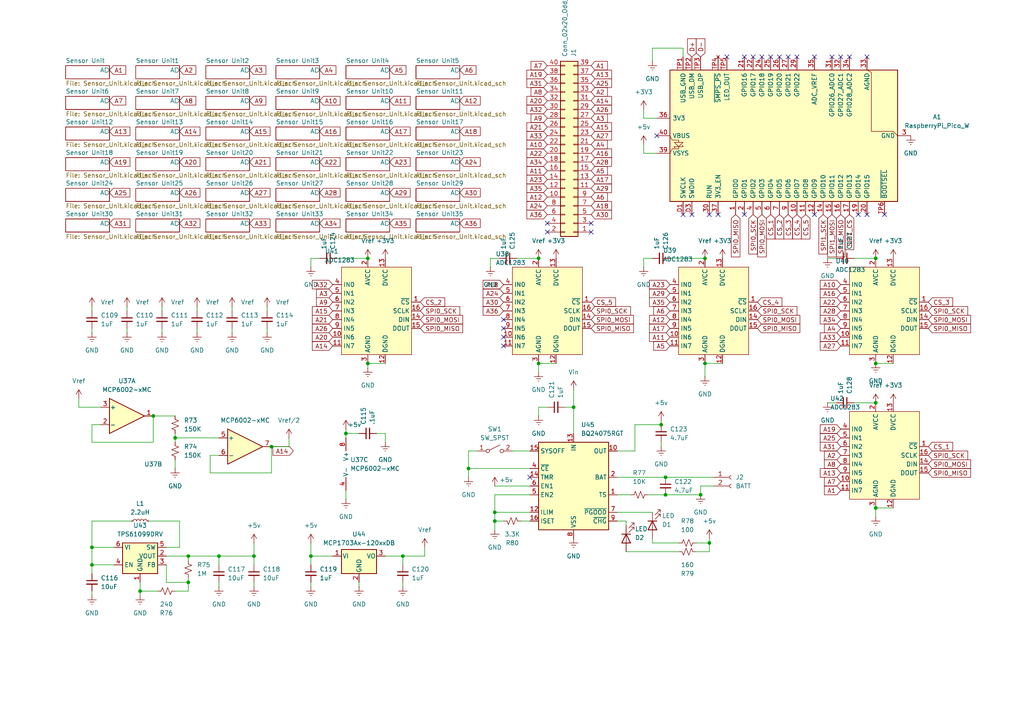
<source format=kicad_sch>
(kicad_sch (version 20250114) (generator "eeschema") (generator_version "9.0")
  (paper "A4")
  (junction (at 78.74 129.54))
  (junction (at 156.21 105.41))
  (junction (at 311.15 160.02))
  (junction (at 203.2 143.51))
  (junction (at 156.21 74.93))
  (junction (at 50.8 127))
  (junction (at 106.68 105.41))
  (junction (at 205.74 157.48))
  (junction (at 143.51 148.59))
  (junction (at 166.37 118.11))
  (junction (at 193.04 138.43))
  (junction (at 40.64 171.45))
  (junction (at 254 105.41))
  (junction (at 54.61 168.91))
  (junction (at 330.2 132.08))
  (junction (at 44.45 120.65))
  (junction (at 100.33 125.73))
  (junction (at 63.5 161.29))
  (junction (at 193.04 143.51))
  (junction (at 26.67 158.75))
  (junction (at 204.47 74.93))
  (junction (at 90.17 161.29))
  (junction (at 330.2 127))
  (junction (at 204.47 105.41))
  (junction (at 191.77 123.19))
  (junction (at 106.68 74.93))
  (junction (at 26.67 163.83))
  (junction (at 254 147.32))
  (junction (at 254 74.93))
  (junction (at 54.61 161.29))
  (junction (at 254 116.84))
  (junction (at 330.2 137.16))
  (junction (at 116.84 161.29))
  (junction (at 143.51 151.13))
  (junction (at 135.89 135.89))
  (junction (at 73.66 161.29))
  (no_connect (at 198.12 62.23))
  (no_connect (at 220.98 16.51))
  (no_connect (at 146.05 95.25))
  (no_connect (at 146.05 100.33))
  (no_connect (at 210.82 16.51))
  (no_connect (at 158.75 64.77))
  (no_connect (at 226.06 16.51))
  (no_connect (at 236.22 16.51))
  (no_connect (at 218.44 16.51))
  (no_connect (at 215.9 16.51))
  (no_connect (at 236.22 62.23))
  (no_connect (at 248.92 62.23))
  (no_connect (at 231.14 16.51))
  (no_connect (at 44.45 245.11))
  (no_connect (at 223.52 16.51))
  (no_connect (at 251.46 16.51))
  (no_connect (at 146.05 97.79))
  (no_connect (at 44.45 224.79))
  (no_connect (at 208.28 62.23))
  (no_connect (at 228.6 16.51))
  (no_connect (at 171.45 64.77))
  (no_connect (at 158.75 67.31))
  (no_connect (at 205.74 62.23))
  (no_connect (at 153.67 138.43))
  (no_connect (at 241.3 16.51))
  (no_connect (at 44.45 247.65))
  (no_connect (at 256.54 62.23))
  (no_connect (at 246.38 16.51))
  (no_connect (at 146.05 92.71))
  (no_connect (at 215.9 62.23))
  (no_connect (at 200.66 62.23))
  (no_connect (at 243.84 16.51))
  (no_connect (at 251.46 62.23))
  (no_connect (at 171.45 67.31))
  (no_connect (at 190.5 39.37))
  (no_connect (at 44.45 242.57))
  (wire (pts (xy 116.84 161.29) (xy 111.76 161.29)))
  (wire (pts (xy 100.33 142.24) (xy 100.33 144.78)))
  (wire (pts (xy 190.5 34.29) (xy 186.69 34.29)))
  (wire (pts (xy 191.77 128.27) (xy 191.77 129.54)))
  (wire (pts (xy 143.51 151.13) (xy 143.51 148.59)))
  (wire (pts (xy 181.61 151.13) (xy 181.61 152.4)))
  (wire (pts (xy 179.07 148.59) (xy 189.23 148.59)))
  (wire (pts (xy 179.07 138.43) (xy 193.04 138.43)))
  (wire (pts (xy 26.67 158.75) (xy 33.02 158.75)))
  (wire (pts (xy 48.26 161.29) (xy 54.61 161.29)))
  (wire (pts (xy 254 74.93) (xy 247.65 74.93)))
  (wire (pts (xy 57.15 88.9) (xy 57.15 90.17)))
  (wire (pts (xy 314.96 160.02) (xy 314.96 157.48)))
  (wire (pts (xy 77.47 88.9) (xy 77.47 90.17)))
  (wire (pts (xy 116.84 168.91) (xy 116.84 170.18)))
  (wire (pts (xy 186.69 41.91) (xy 186.69 44.45)))
  (wire (pts (xy 193.04 138.43) (xy 207.01 138.43)))
  (wire (pts (xy 29.21 123.19) (xy 26.67 123.19)))
  (wire (pts (xy 193.04 143.51) (xy 203.2 143.51)))
  (wire (pts (xy 189.23 74.93) (xy 186.69 74.93)))
  (wire (pts (xy 67.31 95.25) (xy 67.31 96.52)))
  (wire (pts (xy 254 147.32) (xy 254 149.86)))
  (wire (pts (xy 205.74 157.48) (xy 205.74 156.21)))
  (wire (pts (xy 201.93 160.02) (xy 205.74 160.02)))
  (wire (pts (xy 26.67 163.83) (xy 33.02 163.83)))
  (wire (pts (xy 166.37 113.03) (xy 166.37 118.11)))
  (wire (pts (xy 187.96 143.51) (xy 193.04 143.51)))
  (wire (pts (xy 63.5 161.29) (xy 54.61 161.29)))
  (wire (pts (xy 179.07 151.13) (xy 181.61 151.13)))
  (wire (pts (xy 21.59 232.41) (xy 44.45 232.41)))
  (wire (pts (xy 26.67 123.19) (xy 26.67 128.27)))
  (wire (pts (xy 116.84 161.29) (xy 123.19 161.29)))
  (wire (pts (xy 143.51 151.13) (xy 146.05 151.13)))
  (wire (pts (xy 36.83 95.25) (xy 36.83 96.52)))
  (wire (pts (xy 242.57 74.93) (xy 240.03 74.93)))
  (wire (pts (xy 63.5 168.91) (xy 63.5 170.18)))
  (wire (pts (xy 179.07 143.51) (xy 182.88 143.51)))
  (wire (pts (xy 111.76 125.73) (xy 111.76 128.27)))
  (wire (pts (xy 346.71 127) (xy 330.2 127)))
  (wire (pts (xy 307.34 157.48) (xy 307.34 160.02)))
  (wire (pts (xy 78.74 129.54) (xy 83.82 129.54)))
  (wire (pts (xy 48.26 158.75) (xy 52.07 158.75)))
  (wire (pts (xy 73.66 168.91) (xy 73.66 170.18)))
  (wire (pts (xy 87.63 247.65) (xy 87.63 250.19)))
  (wire (pts (xy 148.59 130.81) (xy 153.67 130.81)))
  (wire (pts (xy 104.14 125.73) (xy 100.33 125.73)))
  (wire (pts (xy 50.8 125.73) (xy 50.8 127)))
  (wire (pts (xy 186.69 44.45) (xy 190.5 44.45)))
  (wire (pts (xy 311.15 160.02) (xy 311.15 162.56)))
  (wire (pts (xy 191.77 121.92) (xy 191.77 123.19)))
  (wire (pts (xy 204.47 74.93) (xy 194.31 74.93)))
  (wire (pts (xy 90.17 163.83) (xy 90.17 161.29)))
  (wire (pts (xy 201.93 157.48) (xy 205.74 157.48)))
  (wire (pts (xy 83.82 127) (xy 83.82 129.54)))
  (wire (pts (xy 166.37 118.11) (xy 166.37 125.73)))
  (wire (pts (xy 204.47 105.41) (xy 209.55 105.41)))
  (wire (pts (xy 100.33 124.46) (xy 100.33 125.73)))
  (wire (pts (xy 205.74 160.02) (xy 205.74 157.48)))
  (wire (pts (xy 153.67 135.89) (xy 135.89 135.89)))
  (wire (pts (xy 50.8 133.35) (xy 50.8 135.89)))
  (wire (pts (xy 203.2 143.51) (xy 203.2 140.97)))
  (wire (pts (xy 254 105.41) (xy 259.08 105.41)))
  (wire (pts (xy 156.21 120.65) (xy 156.21 118.11)))
  (wire (pts (xy 184.15 123.19) (xy 184.15 130.81)))
  (wire (pts (xy 156.21 105.41) (xy 156.21 107.95)))
  (wire (pts (xy 46.99 88.9) (xy 46.99 90.17)))
  (wire (pts (xy 40.64 234.95) (xy 44.45 234.95)))
  (wire (pts (xy 242.57 116.84) (xy 240.03 116.84)))
  (wire (pts (xy 60.96 137.16) (xy 78.74 137.16)))
  (wire (pts (xy 351.79 127) (xy 355.6 127)))
  (wire (pts (xy 44.45 128.27) (xy 44.45 120.65)))
  (wire (pts (xy 156.21 118.11) (xy 158.75 118.11)))
  (wire (pts (xy 40.64 171.45) (xy 45.72 171.45)))
  (wire (pts (xy 54.61 161.29) (xy 54.61 162.56)))
  (wire (pts (xy 143.51 153.67) (xy 143.51 151.13)))
  (wire (pts (xy 50.8 127) (xy 50.8 128.27)))
  (wire (pts (xy 44.45 120.65) (xy 50.8 120.65)))
  (wire (pts (xy 184.15 123.19) (xy 191.77 123.19)))
  (wire (pts (xy 163.83 118.11) (xy 166.37 118.11)))
  (wire (pts (xy 36.83 88.9) (xy 36.83 90.17)))
  (wire (pts (xy 143.51 143.51) (xy 153.67 143.51)))
  (wire (pts (xy 26.67 128.27) (xy 44.45 128.27)))
  (wire (pts (xy 78.74 137.16) (xy 78.74 129.54)))
  (wire (pts (xy 63.5 161.29) (xy 73.66 161.29)))
  (wire (pts (xy 330.2 137.16) (xy 330.2 139.7)))
  (wire (pts (xy 22.86 115.57) (xy 22.86 118.11)))
  (wire (pts (xy 26.67 151.13) (xy 26.67 158.75)))
  (wire (pts (xy 38.1 151.13) (xy 26.67 151.13)))
  (wire (pts (xy 44.45 237.49) (xy 21.59 237.49)))
  (wire (pts (xy 106.68 105.41) (xy 106.68 106.68)))
  (wire (pts (xy 151.13 151.13) (xy 153.67 151.13)))
  (wire (pts (xy 203.2 140.97) (xy 207.01 140.97)))
  (wire (pts (xy 50.8 127) (xy 63.5 127)))
  (wire (pts (xy 40.64 227.33) (xy 44.45 227.33)))
  (wire (pts (xy 144.78 74.93) (xy 142.24 74.93)))
  (wire (pts (xy 73.66 157.48) (xy 73.66 161.29)))
  (wire (pts (xy 22.86 118.11) (xy 29.21 118.11)))
  (wire (pts (xy 90.17 157.48) (xy 90.17 161.29)))
  (wire (pts (xy 142.24 74.93) (xy 142.24 77.47)))
  (wire (pts (xy 92.71 74.93) (xy 90.17 74.93)))
  (wire (pts (xy 186.69 34.29) (xy 186.69 31.75)))
  (wire (pts (xy 156.21 74.93) (xy 149.86 74.93)))
  (wire (pts (xy 307.34 160.02) (xy 311.15 160.02)))
  (wire (pts (xy 26.67 171.45) (xy 26.67 172.72)))
  (wire (pts (xy 77.47 95.25) (xy 77.47 96.52)))
  (wire (pts (xy 40.64 229.87) (xy 44.45 229.87)))
  (wire (pts (xy 135.89 130.81) (xy 138.43 130.81)))
  (wire (pts (xy 50.8 171.45) (xy 54.61 171.45)))
  (wire (pts (xy 100.33 125.73) (xy 100.33 127)))
  (wire (pts (xy 189.23 13.97) (xy 189.23 17.78)))
  (wire (pts (xy 26.67 88.9) (xy 26.67 90.17)))
  (wire (pts (xy 106.68 105.41) (xy 111.76 105.41)))
  (wire (pts (xy 204.47 105.41) (xy 204.47 109.22)))
  (wire (pts (xy 189.23 157.48) (xy 196.85 157.48)))
  (wire (pts (xy 254 147.32) (xy 259.08 147.32)))
  (wire (pts (xy 52.07 151.13) (xy 43.18 151.13)))
  (wire (pts (xy 198.12 13.97) (xy 189.23 13.97)))
  (wire (pts (xy 26.67 95.25) (xy 26.67 96.52)))
  (wire (pts (xy 52.07 158.75) (xy 52.07 151.13)))
  (wire (pts (xy 143.51 140.97) (xy 153.67 140.97)))
  (wire (pts (xy 254 116.84) (xy 247.65 116.84)))
  (wire (pts (xy 143.51 148.59) (xy 143.51 143.51)))
  (wire (pts (xy 21.59 224.79) (xy 21.59 232.41)))
  (wire (pts (xy 26.67 158.75) (xy 26.67 163.83)))
  (wire (pts (xy 179.07 130.81) (xy 184.15 130.81)))
  (wire (pts (xy 189.23 156.21) (xy 189.23 157.48)))
  (wire (pts (xy 109.22 125.73) (xy 111.76 125.73)))
  (wire (pts (xy 73.66 163.83) (xy 73.66 161.29)))
  (wire (pts (xy 63.5 161.29) (xy 63.5 163.83)))
  (wire (pts (xy 335.28 132.08) (xy 337.82 132.08)))
  (wire (pts (xy 123.19 161.29) (xy 123.19 158.75)))
  (wire (pts (xy 54.61 167.64) (xy 54.61 168.91)))
  (wire (pts (xy 26.67 166.37) (xy 26.67 163.83)))
  (wire (pts (xy 330.2 124.46) (xy 330.2 127)))
  (wire (pts (xy 46.99 95.25) (xy 46.99 96.52)))
  (wire (pts (xy 54.61 168.91) (xy 54.61 171.45)))
  (wire (pts (xy 135.89 135.89) (xy 135.89 138.43)))
  (wire (pts (xy 335.28 137.16) (xy 337.82 137.16)))
  (wire (pts (xy 198.12 16.51) (xy 198.12 13.97)))
  (wire (pts (xy 63.5 132.08) (xy 60.96 132.08)))
  (wire (pts (xy 67.31 88.9) (xy 67.31 90.17)))
  (wire (pts (xy 156.21 105.41) (xy 161.29 105.41)))
  (wire (pts (xy 330.2 119.38) (xy 334.01 119.38)))
  (wire (pts (xy 311.15 160.02) (xy 314.96 160.02)))
  (wire (pts (xy 40.64 240.03) (xy 44.45 240.03)))
  (wire (pts (xy 48.26 163.83) (xy 48.26 168.91)))
  (wire (pts (xy 181.61 160.02) (xy 196.85 160.02)))
  (wire (pts (xy 355.6 127) (xy 355.6 128.27)))
  (wire (pts (xy 135.89 130.81) (xy 135.89 135.89)))
  (wire (pts (xy 143.51 148.59) (xy 153.67 148.59)))
  (wire (pts (xy 116.84 161.29) (xy 116.84 163.83)))
  (wire (pts (xy 21.59 237.49) (xy 21.59 245.11)))
  (wire (pts (xy 48.26 168.91) (xy 54.61 168.91)))
  (wire (pts (xy 40.64 171.45) (xy 40.64 172.72)))
  (wire (pts (xy 104.14 168.91) (xy 104.14 170.18)))
  (wire (pts (xy 97.79 74.93) (xy 106.68 74.93)))
  (wire (pts (xy 90.17 74.93) (xy 90.17 77.47)))
  (wire (pts (xy 40.64 168.91) (xy 40.64 171.45)))
  (wire (pts (xy 90.17 168.91) (xy 90.17 170.18)))
  (wire (pts (xy 334.01 119.38) (xy 334.01 116.84)))
  (wire (pts (xy 186.69 74.93) (xy 186.69 77.47)))
  (wire (pts (xy 57.15 95.25) (xy 57.15 96.52)))
  (wire (pts (xy 330.2 132.08) (xy 330.2 134.62)))
  (wire (pts (xy 60.96 132.08) (xy 60.96 137.16)))
  (wire (pts (xy 90.17 161.29) (xy 96.52 161.29)))
  (global_label "A3" (shape input) (at 171.45 34.29 0) (property "Intersheetrefs" "${INTERSHEET_REFS}" (effects (hide yes))))
  (global_label "A34" (shape input) (at 92.71 64.77 0) (property "Intersheetrefs" "${INTERSHEET_REFS}" (effects (hide yes))))
  (global_label "SPI0_MOSI" (shape input) (at 121.92 92.71 0) (property "Intersheetrefs" "${INTERSHEET_REFS}" (effects (hide yes))))
  (global_label "A21" (shape input) (at 158.75 36.83 180) (property "Intersheetrefs" "${INTERSHEET_REFS}" (effects (hide yes))))
  (global_label "SPI1_MOSI" (shape input) (at 40.64 229.87 180) (property "Intersheetrefs" "${INTERSHEET_REFS}" (effects (hide yes))))
  (global_label "A36" (shape input) (at 146.05 90.17 180) (property "Intersheetrefs" "${INTERSHEET_REFS}" (effects (hide yes))))
  (global_label "A14" (shape input) (at 52.07 38.1 0) (property "Intersheetrefs" "${INTERSHEET_REFS}" (effects (hide yes))))
  (global_label "SPI1_MISO" (shape input) (at 40.64 240.03 180) (property "Intersheetrefs" "${INTERSHEET_REFS}" (effects (hide yes))))
  (global_label "D+" (shape input) (at 337.82 137.16 0) (property "Intersheetrefs" "${INTERSHEET_REFS}" (effects (hide yes))))
  (global_label "A32" (shape input) (at 96.52 82.55 180) (property "Intersheetrefs" "${INTERSHEET_REFS}" (effects (hide yes))))
  (global_label "A21" (shape input) (at 96.52 92.71 180) (property "Intersheetrefs" "${INTERSHEET_REFS}" (effects (hide yes))))
  (global_label "SPI0_SCK" (shape input) (at 121.92 90.17 0) (property "Intersheetrefs" "${INTERSHEET_REFS}" (effects (hide yes))))
  (global_label "A11" (shape input) (at 158.75 49.53 180) (property "Intersheetrefs" "${INTERSHEET_REFS}" (effects (hide yes))))
  (global_label "A7" (shape input) (at 158.75 19.05 180) (property "Intersheetrefs" "${INTERSHEET_REFS}" (effects (hide yes))))
  (global_label "SPI0_MOSI" (shape input) (at 269.24 92.71 0) (property "Intersheetrefs" "${INTERSHEET_REFS}" (effects (hide yes))))
  (global_label "A1" (shape input) (at 171.45 19.05 0) (property "Intersheetrefs" "${INTERSHEET_REFS}" (effects (hide yes))))
  (global_label "A3" (shape input) (at 96.52 85.09 180) (property "Intersheetrefs" "${INTERSHEET_REFS}" (effects (hide yes))))
  (global_label "A27" (shape input) (at 243.84 100.33 180) (property "Intersheetrefs" "${INTERSHEET_REFS}" (effects (hide yes))))
  (global_label "CS_1" (shape input) (at 223.52 62.23 270) (property "Intersheetrefs" "${INTERSHEET_REFS}" (effects (hide yes))))
  (global_label "A30" (shape input) (at 146.05 87.63 180) (property "Intersheetrefs" "${INTERSHEET_REFS}" (effects (hide yes))))
  (global_label "A29" (shape input) (at 171.45 54.61 0) (property "Intersheetrefs" "${INTERSHEET_REFS}" (effects (hide yes))))
  (global_label "A4" (shape input) (at 92.71 20.32 0) (property "Intersheetrefs" "${INTERSHEET_REFS}" (effects (hide yes))))
  (global_label "A36" (shape input) (at 158.75 62.23 180) (property "Intersheetrefs" "${INTERSHEET_REFS}" (effects (hide yes))))
  (global_label "A32" (shape input) (at 158.75 31.75 180) (property "Intersheetrefs" "${INTERSHEET_REFS}" (effects (hide yes))))
  (global_label "A33" (shape input) (at 158.75 39.37 180) (property "Intersheetrefs" "${INTERSHEET_REFS}" (effects (hide yes))))
  (global_label "A15" (shape input) (at 72.39 38.1 0) (property "Intersheetrefs" "${INTERSHEET_REFS}" (effects (hide yes))))
  (global_label "A20" (shape input) (at 52.07 46.99 0) (property "Intersheetrefs" "${INTERSHEET_REFS}" (effects (hide yes))))
  (global_label "A34" (shape input) (at 158.75 46.99 180) (property "Intersheetrefs" "${INTERSHEET_REFS}" (effects (hide yes))))
  (global_label "A16" (shape input) (at 243.84 85.09 180) (property "Intersheetrefs" "${INTERSHEET_REFS}" (effects (hide yes))))
  (global_label "A9" (shape input) (at 158.75 34.29 180) (property "Intersheetrefs" "${INTERSHEET_REFS}" (effects (hide yes))))
  (global_label "SPI0_SCK" (shape input) (at 219.71 90.17 0) (property "Intersheetrefs" "${INTERSHEET_REFS}" (effects (hide yes))))
  (global_label "SPI0_MOSI" (shape input) (at 220.98 62.23 270) (property "Intersheetrefs" "${INTERSHEET_REFS}" (effects (hide yes))))
  (global_label "A8" (shape input) (at 243.84 134.62 180) (property "Intersheetrefs" "${INTERSHEET_REFS}" (effects (hide yes))))
  (global_label "A23" (shape input) (at 113.03 46.99 0) (property "Intersheetrefs" "${INTERSHEET_REFS}" (effects (hide yes))))
  (global_label "A16" (shape input) (at 171.45 44.45 0) (property "Intersheetrefs" "${INTERSHEET_REFS}" (effects (hide yes))))
  (global_label "A30" (shape input) (at 171.45 62.23 0) (property "Intersheetrefs" "${INTERSHEET_REFS}" (effects (hide yes))))
  (global_label "A35" (shape input) (at 194.31 87.63 180) (property "Intersheetrefs" "${INTERSHEET_REFS}" (effects (hide yes))))
  (global_label "A8" (shape input) (at 52.07 29.21 0) (property "Intersheetrefs" "${INTERSHEET_REFS}" (effects (hide yes))))
  (global_label "A35" (shape input) (at 113.03 64.77 0) (property "Intersheetrefs" "${INTERSHEET_REFS}" (effects (hide yes))))
  (global_label "A12" (shape input) (at 133.35 29.21 0) (property "Intersheetrefs" "${INTERSHEET_REFS}" (effects (hide yes))))
  (global_label "A22" (shape input) (at 92.71 46.99 0) (property "Intersheetrefs" "${INTERSHEET_REFS}" (effects (hide yes))))
  (global_label "CS_2" (shape input) (at 121.92 87.63 0) (property "Intersheetrefs" "${INTERSHEET_REFS}" (effects (hide yes))))
  (global_label "A30" (shape input) (at 133.35 55.88 0) (property "Intersheetrefs" "${INTERSHEET_REFS}" (effects (hide yes))))
  (global_label "A35" (shape input) (at 158.75 54.61 180) (property "Intersheetrefs" "${INTERSHEET_REFS}" (effects (hide yes))))
  (global_label "A32" (shape input) (at 52.07 64.77 0) (property "Intersheetrefs" "${INTERSHEET_REFS}" (effects (hide yes))))
  (global_label "A29" (shape input) (at 194.31 85.09 180) (property "Intersheetrefs" "${INTERSHEET_REFS}" (effects (hide yes))))
  (global_label "A28" (shape input) (at 92.71 55.88 0) (property "Intersheetrefs" "${INTERSHEET_REFS}" (effects (hide yes))))
  (global_label "A6" (shape input) (at 194.31 90.17 180) (property "Intersheetrefs" "${INTERSHEET_REFS}" (effects (hide yes))))
  (global_label "A26" (shape input) (at 171.45 31.75 0) (property "Intersheetrefs" "${INTERSHEET_REFS}" (effects (hide yes))))
  (global_label "A29" (shape input) (at 113.03 55.88 0) (property "Intersheetrefs" "${INTERSHEET_REFS}" (effects (hide yes))))
  (global_label "SPI0_SCK" (shape input) (at 171.45 90.17 0) (property "Intersheetrefs" "${INTERSHEET_REFS}" (effects (hide yes))))
  (global_label "A17" (shape input) (at 113.03 38.1 0) (property "Intersheetrefs" "${INTERSHEET_REFS}" (effects (hide yes))))
  (global_label "SPI0_SCK" (shape input) (at 269.24 132.08 0) (property "Intersheetrefs" "${INTERSHEET_REFS}" (effects (hide yes))))
  (global_label "A15" (shape input) (at 96.52 90.17 180) (property "Intersheetrefs" "${INTERSHEET_REFS}" (effects (hide yes))))
  (global_label "SPI1_SCK" (shape input) (at 40.64 234.95 180) (property "Intersheetrefs" "${INTERSHEET_REFS}" (effects (hide yes))))
  (global_label "SPI1_MOSI" (shape input) (at 241.3 62.23 270) (property "Intersheetrefs" "${INTERSHEET_REFS}" (effects (hide yes))))
  (global_label "A11" (shape input) (at 194.31 97.79 180) (property "Intersheetrefs" "${INTERSHEET_REFS}" (effects (hide yes))))
  (global_label "SPI0_MOSI" (shape input) (at 269.24 134.62 0) (property "Intersheetrefs" "${INTERSHEET_REFS}" (effects (hide yes))))
  (global_label "A25" (shape input) (at 243.84 127 180) (property "Intersheetrefs" "${INTERSHEET_REFS}" (effects (hide yes))))
  (global_label "A27" (shape input) (at 171.45 39.37 0) (property "Intersheetrefs" "${INTERSHEET_REFS}" (effects (hide yes))))
  (global_label "CS_2" (shape input) (at 226.06 62.23 270) (property "Intersheetrefs" "${INTERSHEET_REFS}" (effects (hide yes))))
  (global_label "A20" (shape input) (at 158.75 29.21 180) (property "Intersheetrefs" "${INTERSHEET_REFS}" (effects (hide yes))))
  (global_label "A25" (shape input) (at 31.75 55.88 0) (property "Intersheetrefs" "${INTERSHEET_REFS}" (effects (hide yes))))
  (global_label "A4" (shape input) (at 171.45 41.91 0) (property "Intersheetrefs" "${INTERSHEET_REFS}" (effects (hide yes))))
  (global_label "A24" (shape input) (at 146.05 85.09 180) (property "Intersheetrefs" "${INTERSHEET_REFS}" (effects (hide yes))))
  (global_label "A24" (shape input) (at 158.75 59.69 180) (property "Intersheetrefs" "${INTERSHEET_REFS}" (effects (hide yes))))
  (global_label "A28" (shape input) (at 243.84 90.17 180) (property "Intersheetrefs" "${INTERSHEET_REFS}" (effects (hide yes))))
  (global_label "A5" (shape input) (at 113.03 20.32 0) (property "Intersheetrefs" "${INTERSHEET_REFS}" (effects (hide yes))))
  (global_label "A16" (shape input) (at 92.71 38.1 0) (property "Intersheetrefs" "${INTERSHEET_REFS}" (effects (hide yes))))
  (global_label "A22" (shape input) (at 243.84 87.63 180) (property "Intersheetrefs" "${INTERSHEET_REFS}" (effects (hide yes))))
  (global_label "A17" (shape input) (at 171.45 52.07 0) (property "Intersheetrefs" "${INTERSHEET_REFS}" (effects (hide yes))))
  (global_label "A14" (shape input) (at 96.52 100.33 180) (property "Intersheetrefs" "${INTERSHEET_REFS}" (effects (hide yes))))
  (global_label "A19" (shape input) (at 243.84 124.46 180) (property "Intersheetrefs" "${INTERSHEET_REFS}" (effects (hide yes))))
  (global_label "A20" (shape input) (at 96.52 97.79 180) (property "Intersheetrefs" "${INTERSHEET_REFS}" (effects (hide yes))))
  (global_label "A1" (shape input) (at 243.84 142.24 180) (property "Intersheetrefs" "${INTERSHEET_REFS}" (effects (hide yes))))
  (global_label "A23" (shape input) (at 158.75 52.07 180) (property "Intersheetrefs" "${INTERSHEET_REFS}" (effects (hide yes))))
  (global_label "A31" (shape input) (at 243.84 129.54 180) (property "Intersheetrefs" "${INTERSHEET_REFS}" (effects (hide yes))))
  (global_label "A24" (shape input) (at 133.35 46.99 0) (property "Intersheetrefs" "${INTERSHEET_REFS}" (effects (hide yes))))
  (global_label "A7" (shape input) (at 31.75 29.21 0) (property "Intersheetrefs" "${INTERSHEET_REFS}" (effects (hide yes))))
  (global_label "A31" (shape input) (at 31.75 64.77 0) (property "Intersheetrefs" "${INTERSHEET_REFS}" (effects (hide yes))))
  (global_label "A18" (shape input) (at 133.35 38.1 0) (property "Intersheetrefs" "${INTERSHEET_REFS}" (effects (hide yes))))
  (global_label "A10" (shape input) (at 92.71 29.21 0) (property "Intersheetrefs" "${INTERSHEET_REFS}" (effects (hide yes))))
  (global_label "A11" (shape input) (at 113.03 29.21 0) (property "Intersheetrefs" "${INTERSHEET_REFS}" (effects (hide yes))))
  (global_label "SPI0_MISO" (shape input) (at 121.92 95.25 0) (property "Intersheetrefs" "${INTERSHEET_REFS}" (effects (hide yes))))
  (global_label "A18" (shape input) (at 146.05 82.55 180) (property "Intersheetrefs" "${INTERSHEET_REFS}" (effects (hide yes))))
  (global_label "CS_5" (shape input) (at 233.68 62.23 270) (property "Intersheetrefs" "${INTERSHEET_REFS}" (effects (hide yes))))
  (global_label "SPI1_SCK" (shape input) (at 238.76 62.23 270) (property "Intersheetrefs" "${INTERSHEET_REFS}" (effects (hide yes))))
  (global_label "A2" (shape input) (at 243.84 132.08 180) (property "Intersheetrefs" "${INTERSHEET_REFS}" (effects (hide yes))))
  (global_label "A27" (shape input) (at 72.39 55.88 0) (property "Intersheetrefs" "${INTERSHEET_REFS}" (effects (hide yes))))
  (global_label "A9" (shape input) (at 96.52 87.63 180) (property "Intersheetrefs" "${INTERSHEET_REFS}" (effects (hide yes))))
  (global_label "A23" (shape input) (at 194.31 82.55 180) (property "Intersheetrefs" "${INTERSHEET_REFS}" (effects (hide yes))))
  (global_label "A5" (shape input) (at 171.45 49.53 0) (property "Intersheetrefs" "${INTERSHEET_REFS}" (effects (hide yes))))
  (global_label "A25" (shape input) (at 171.45 24.13 0) (property "Intersheetrefs" "${INTERSHEET_REFS}" (effects (hide yes))))
  (global_label "A33" (shape input) (at 72.39 64.77 0) (property "Intersheetrefs" "${INTERSHEET_REFS}" (effects (hide yes))))
  (global_label "A4" (shape input) (at 243.84 95.25 180) (property "Intersheetrefs" "${INTERSHEET_REFS}" (effects (hide yes))))
  (global_label "D-" (shape input) (at 337.82 132.08 0) (property "Intersheetrefs" "${INTERSHEET_REFS}" (effects (hide yes))))
  (global_label "A13" (shape input) (at 171.45 21.59 0) (property "Intersheetrefs" "${INTERSHEET_REFS}" (effects (hide yes))))
  (global_label "A7" (shape input) (at 243.84 139.7 180) (property "Intersheetrefs" "${INTERSHEET_REFS}" (effects (hide yes))))
  (global_label "CS_4" (shape input) (at 219.71 87.63 0) (property "Intersheetrefs" "${INTERSHEET_REFS}" (effects (hide yes))))
  (global_label "A34" (shape input) (at 243.84 92.71 180) (property "Intersheetrefs" "${INTERSHEET_REFS}" (effects (hide yes))))
  (global_label "CS_5" (shape input) (at 171.45 87.63 0) (property "Intersheetrefs" "${INTERSHEET_REFS}" (effects (hide yes))))
  (global_label "A6" (shape input) (at 133.35 20.32 0) (property "Intersheetrefs" "${INTERSHEET_REFS}" (effects (hide yes))))
  (global_label "A8" (shape input) (at 158.75 26.67 180) (property "Intersheetrefs" "${INTERSHEET_REFS}" (effects (hide yes))))
  (global_label "CS_3" (shape input) (at 269.24 87.63 0) (property "Intersheetrefs" "${INTERSHEET_REFS}" (effects (hide yes))))
  (global_label "A9" (shape input) (at 72.39 29.21 0) (property "Intersheetrefs" "${INTERSHEET_REFS}" (effects (hide yes))))
  (global_label "A3" (shape input) (at 72.39 20.32 0) (property "Intersheetrefs" "${INTERSHEET_REFS}" (effects (hide yes))))
  (global_label "SPI0_MOSI" (shape input) (at 171.45 92.71 0) (property "Intersheetrefs" "${INTERSHEET_REFS}" (effects (hide yes))))
  (global_label "A10" (shape input) (at 158.75 41.91 180) (property "Intersheetrefs" "${INTERSHEET_REFS}" (effects (hide yes))))
  (global_label "SPI0_MISO" (shape input) (at 269.24 95.25 0) (property "Intersheetrefs" "${INTERSHEET_REFS}" (effects (hide yes))))
  (global_label "A26" (shape input) (at 96.52 95.25 180) (property "Intersheetrefs" "${INTERSHEET_REFS}" (effects (hide yes))))
  (global_label "D-" (shape input) (at 203.2 16.51 90) (property "Intersheetrefs" "${INTERSHEET_REFS}" (effects (hide yes))))
  (global_label "SPI0_MOSI" (shape input) (at 219.71 92.71 0) (property "Intersheetrefs" "${INTERSHEET_REFS}" (effects (hide yes))))
  (global_label "A28" (shape input) (at 171.45 46.99 0) (property "Intersheetrefs" "${INTERSHEET_REFS}" (effects (hide yes))))
  (global_label "SPI0_SCK" (shape input) (at 269.24 90.17 0) (property "Intersheetrefs" "${INTERSHEET_REFS}" (effects (hide yes))))
  (global_label "A14" (shape input) (at 85.09 130.81 180) (property "Intersheetrefs" "${INTERSHEET_REFS}" (effects (hide yes))))
  (global_label "CS_1" (shape input) (at 269.24 129.54 0) (property "Intersheetrefs" "${INTERSHEET_REFS}" (effects (hide yes))))
  (global_label "A5" (shape input) (at 194.31 100.33 180) (property "Intersheetrefs" "${INTERSHEET_REFS}" (effects (hide yes))))
  (global_label "A2" (shape input) (at 52.07 20.32 0) (property "Intersheetrefs" "${INTERSHEET_REFS}" (effects (hide yes))))
  (global_label "A2" (shape input) (at 171.45 26.67 0) (property "Intersheetrefs" "${INTERSHEET_REFS}" (effects (hide yes))))
  (global_label "SPI0_MISO" (shape input) (at 213.36 62.23 270) (property "Intersheetrefs" "${INTERSHEET_REFS}" (effects (hide yes))))
  (global_label "A6" (shape input) (at 171.45 57.15 0) (property "Intersheetrefs" "${INTERSHEET_REFS}" (effects (hide yes))))
  (global_label "SPI0_SCK" (shape input) (at 218.44 62.23 270) (property "Intersheetrefs" "${INTERSHEET_REFS}" (effects (hide yes))))
  (global_label "SPI0_MISO" (shape input) (at 171.45 95.25 0) (property "Intersheetrefs" "${INTERSHEET_REFS}" (effects (hide yes))))
  (global_label "D+" (shape input) (at 200.66 16.51 90) (property "Intersheetrefs" "${INTERSHEET_REFS}" (effects (hide yes))))
  (global_label "CS_4" (shape input) (at 231.14 62.23 270) (property "Intersheetrefs" "${INTERSHEET_REFS}" (effects (hide yes))))
  (global_label "A18" (shape input) (at 171.45 59.69 0) (property "Intersheetrefs" "${INTERSHEET_REFS}" (effects (hide yes))))
  (global_label "A33" (shape input) (at 243.84 97.79 180) (property "Intersheetrefs" "${INTERSHEET_REFS}" (effects (hide yes))))
  (global_label "A21" (shape input) (at 72.39 46.99 0) (property "Intersheetrefs" "${INTERSHEET_REFS}" (effects (hide yes))))
  (global_label "A1" (shape input) (at 31.75 20.32 0) (property "Intersheetrefs" "${INTERSHEET_REFS}" (effects (hide yes))))
  (global_label "A13" (shape input) (at 31.75 38.1 0) (property "Intersheetrefs" "${INTERSHEET_REFS}" (effects (hide yes))))
  (global_label "A36" (shape input) (at 133.35 64.77 0) (property "Intersheetrefs" "${INTERSHEET_REFS}" (effects (hide yes))))
  (global_label "A17" (shape input) (at 194.31 95.25 180) (property "Intersheetrefs" "${INTERSHEET_REFS}" (effects (hide yes))))
  (global_label "A12" (shape input) (at 194.31 92.71 180) (property "Intersheetrefs" "${INTERSHEET_REFS}" (effects (hide yes))))
  (global_label "SPI0_MISO" (shape input) (at 219.71 95.25 0) (property "Intersheetrefs" "${INTERSHEET_REFS}" (effects (hide yes))))
  (global_label "SPI1_MISO" (shape input) (at 243.84 62.23 270) (property "Intersheetrefs" "${INTERSHEET_REFS}" (effects (hide yes))))
  (global_label "A13" (shape input) (at 243.84 137.16 180) (property "Intersheetrefs" "${INTERSHEET_REFS}" (effects (hide yes))))
  (global_label "A19" (shape input) (at 31.75 46.99 0) (property "Intersheetrefs" "${INTERSHEET_REFS}" (effects (hide yes))))
  (global_label "SPI0_MISO" (shape input) (at 269.24 137.16 0) (property "Intersheetrefs" "${INTERSHEET_REFS}" (effects (hide yes))))
  (global_label "A14" (shape input) (at 171.45 29.21 0) (property "Intersheetrefs" "${INTERSHEET_REFS}" (effects (hide yes))))
  (global_label "A22" (shape input) (at 158.75 44.45 180) (property "Intersheetrefs" "${INTERSHEET_REFS}" (effects (hide yes))))
  (global_label "A15" (shape input) (at 171.45 36.83 0) (property "Intersheetrefs" "${INTERSHEET_REFS}" (effects (hide yes))))
  (global_label "A26" (shape input) (at 52.07 55.88 0) (property "Intersheetrefs" "${INTERSHEET_REFS}" (effects (hide yes))))
  (global_label "SPI1_CS" (shape input) (at 40.64 227.33 180) (property "Intersheetrefs" "${INTERSHEET_REFS}" (effects (hide yes))))
  (global_label "CS_3" (shape input) (at 228.6 62.23 270) (property "Intersheetrefs" "${INTERSHEET_REFS}" (effects (hide yes))))
  (global_label "A19" (shape input) (at 158.75 21.59 180) (property "Intersheetrefs" "${INTERSHEET_REFS}" (effects (hide yes))))
  (global_label "A31" (shape input) (at 158.75 24.13 180) (property "Intersheetrefs" "${INTERSHEET_REFS}" (effects (hide yes))))
  (global_label "A10" (shape input) (at 243.84 82.55 180) (property "Intersheetrefs" "${INTERSHEET_REFS}" (effects (hide yes))))
  (global_label "SPI1_CS" (shape input) (at 246.38 62.23 270) (property "Intersheetrefs" "${INTERSHEET_REFS}" (effects (hide yes))))
  (global_label "A12" (shape input) (at 158.75 57.15 180) (property "Intersheetrefs" "${INTERSHEET_REFS}" (effects (hide yes))))
  (symbol (lib_id "power:VCC") (at 100.33 124.46 0) (unit 1)
    (property "Reference" "#PWR014" (effects (hide yes)))
    (property "Value" "+5v" (at 100.838 123.19 0) (effects (justify left)))
    (property "Description" "Power symbol creates a global label with name \"VCC\"" (effects (hide yes)))
  )
  (symbol (lib_id "power:VCC") (at 46.99 88.9 0) (unit 1)
    (property "Reference" "#PWR05" (effects (hide yes)))
    (property "Value" "Vref" (at 49.53 87.6299 0) (effects (justify left)))
    (property "Description" "Power symbol creates a global label with name \"VCC\"" (effects (hide yes)))
  )
  (symbol (lib_id "power:VCC") (at 205.74 156.21 0) (unit 1)
    (property "Reference" "#PWR0214" (effects (hide yes)))
    (property "Value" "+5v" (at 205.74 151.13 0))
    (property "Description" "Power symbol creates a global label with name \"VCC\"" (effects (hide yes)))
  )
  (symbol (lib_id "power:VCC") (at 209.55 74.93 0) (unit 1)
    (property "Reference" "#PWR0245" (effects (hide yes)))
    (property "Value" "+3V3" (at 209.55 69.85 0))
    (property "Description" "Power symbol creates a global label with name \"VCC\"" (effects (hide yes)))
  )
  (symbol (lib_id "Device:D_Small") (at 332.74 132.08 0) (mirror y) (unit 1)
    (property "Reference" "D3" (at 332.74 125.73 0))
    (property "Value" "D_Small" (at 332.74 128.27 0))
    (property "Footprint" "Diode_SMD:D_0805_2012Metric" (effects (hide yes)))
    (property "Description" "Diode, small symbol" (effects (hide yes)))
    (property "Sim.Device" "D" (effects (hide yes)))
    (property "Sim.Pins" "1=K 2=A" (effects (hide yes)))
  )
  (symbol (lib_id "power:Earth") (at 26.67 172.72 0) (unit 1)
    (property "Reference" "#PWR018" (effects (hide yes)))
    (property "Value" "GND" (at 26.67 177.8 0))
    (property "Description" "Power symbol creates a global label with name \"Earth\"" (effects (hide yes)))
  )
  (symbol (lib_id "Device:R_Small_US") (at 50.8 123.19 0) (unit 1)
    (property "Reference" "R73" (at 53.34 121.9199 0) (effects (justify left)))
    (property "Value" "150K" (at 53.34 124.4599 0) (effects (justify left)))
    (property "Footprint" "Resistor_SMD:R_0603_1608Metric" (effects (hide yes)))
    (property "Description" "Resistor, small US symbol" (effects (hide yes)))
  )
  (symbol (lib_id "power:Earth") (at 186.69 77.47 0) (mirror y) (unit 1)
    (property "Reference" "#PWR0240" (effects (hide yes)))
    (property "Value" "GND" (at 186.69 82.55 0))
    (property "Description" "Power symbol creates a global label with name \"Earth\"" (effects (hide yes)))
  )
  (symbol (lib_id "Device:L_Small") (at 40.64 151.13 90) (unit 1)
    (property "Reference" "L1" (at 40.64 146.05 90))
    (property "Value" "2.2uH" (at 40.64 148.59 90))
    (property "Footprint" "Inductor_SMD:L_1008_2520Metric" (effects (hide yes)))
    (property "Description" "Inductor, small symbol" (effects (hide yes)))
  )
  (symbol (lib_id "power:VCC") (at 191.77 121.92 0) (unit 1)
    (property "Reference" "#PWR0211" (effects (hide yes)))
    (property "Value" "+5v" (at 191.77 116.84 0))
    (property "Description" "Power symbol creates a global label with name \"VCC\"" (effects (hide yes)))
  )
  (symbol (lib_id "power:Earth") (at 46.99 96.52 0) (unit 1)
    (property "Reference" "#PWR06" (effects (hide yes)))
    (property "Value" "GND" (at 46.99 101.6 0))
    (property "Description" "Power symbol creates a global label with name \"Earth\"" (effects (hide yes)))
  )
  (symbol (lib_id "Device:C_Small") (at 67.31 92.71 0) (unit 1)
    (property "Reference" "C113" (at 69.85 91.4462 0) (effects (justify left)))
    (property "Value" "1uF" (at 69.85 93.9862 0) (effects (justify left)))
    (property "Footprint" "Capacitor_SMD:C_0603_1608Metric" (effects (hide yes)))
    (property "Description" "Unpolarized capacitor, small symbol" (effects (hide yes)))
  )
  (symbol (lib_id "Battery_Management:BQ24075RGT") (at 166.37 140.97 0) (unit 1)
    (property "Reference" "U45" (at 168.5133 123.19 0) (effects (justify left)))
    (property "Value" "BQ24075RGT" (at 168.5133 125.73 0) (effects (justify left)))
    (property "Footprint" "Package_DFN_QFN:VQFN-16-1EP_3x3mm_P0.5mm_EP1.6x1.6mm" (effects (hide yes)))
    (property "Datasheet" "http://www.ti.com/lit/ds/symlink/bq24075.pdf" (effects (hide yes)))
    (property "Description" "USB-Friendly Li-Ion Battery Charger and Power-Path Management, VQFN-16" (effects (hide yes)))
  )
  (symbol (lib_id "Device:C_Small") (at 191.77 125.73 0) (unit 1)
    (property "Reference" "C123" (at 194.31 124.4662 0) (effects (justify left)))
    (property "Value" "4.7uF" (at 194.31 127.0062 0) (effects (justify left)))
    (property "Footprint" "Capacitor_SMD:C_0603_1608Metric" (effects (hide yes)))
    (property "Description" "Unpolarized capacitor, small symbol" (effects (hide yes)))
  )
  (symbol (lib_id "power:VCC") (at 143.51 140.97 0) (unit 1)
    (property "Reference" "#PWR0217" (effects (hide yes)))
    (property "Value" "+5v" (at 146.812 139.192 0))
    (property "Description" "Power symbol creates a global label with name \"VCC\"" (effects (hide yes)))
  )
  (symbol (lib_id "GBADump_Library:Micro_SD_Card_Det_Hirose_DM3AT") (at 67.31 234.95 0) (unit 1)
    (property "Reference" "J4" (at 67.945 213.36 0))
    (property "Value" "Micro_SD_Card_Det_Hirose_DM3AT" (at 67.945 215.9 0))
    (property "Footprint" "Connector_Card:microSD_HC_Hirose_DM3AT-SF-PEJM5" (effects (hide yes)))
    (property "Datasheet" "https://www.hirose.com/product/en/download_file/key_name/DM3/category/Catalog/doc_file_id/49662/?file_category_id=4&item_id=195&is_series=1" (effects (hide yes)))
    (property "Description" "Micro SD Card Socket with card detection pins" (effects (hide yes)))
  )
  (symbol (lib_id "Amplifier_Operational:MCP6002-xMC") (at 36.83 120.65 0) (unit 1)
    (property "Reference" "U37" (at 36.83 110.49 0))
    (property "Value" "MCP6002-xMC" (at 36.83 113.03 0))
    (property "Footprint" "Package_DFN_QFN:DFN-8-1EP_3x2mm_P0.5mm_EP1.75x1.45mm" (effects (hide yes)))
    (property "Datasheet" "http://ww1.microchip.com/downloads/en/DeviceDoc/21733j.pdf" (effects (hide yes)))
    (property "Description" "1MHz, Low-Power Op Amp, DFN-8" (effects (hide yes)))
  )
  (symbol (lib_id "Device:C_Small") (at 106.68 125.73 90) (unit 1)
    (property "Reference" "C115" (at 105.4162 123.19 0) (effects (justify left)))
    (property "Value" ".1uF" (at 107.9562 123.19 0) (effects (justify left)))
    (property "Footprint" "Capacitor_SMD:C_0603_1608Metric" (effects (hide yes)))
    (property "Description" "Unpolarized capacitor, small symbol" (effects (hide yes)))
  )
  (symbol (lib_id "power:Earth") (at 40.64 172.72 0) (unit 1)
    (property "Reference" "#PWR019" (effects (hide yes)))
    (property "Value" "GND" (at 40.64 177.8 0))
    (property "Description" "Power symbol creates a global label with name \"Earth\"" (effects (hide yes)))
  )
  (symbol (lib_id "power:VCC") (at 90.17 157.48 0) (unit 1)
    (property "Reference" "#PWR0207" (effects (hide yes)))
    (property "Value" "+5v" (at 90.17 152.4 0))
    (property "Description" "Power symbol creates a global label with name \"VCC\"" (effects (hide yes)))
  )
  (symbol (lib_id "power:Earth") (at 67.31 96.52 0) (unit 1)
    (property "Reference" "#PWR010" (effects (hide yes)))
    (property "Value" "GND" (at 67.31 101.6 0))
    (property "Description" "Power symbol creates a global label with name \"Earth\"" (effects (hide yes)))
  )
  (symbol (lib_id "power:VCC") (at 106.68 74.93 0) (mirror y) (unit 1)
    (property "Reference" "#PWR0220" (effects (hide yes)))
    (property "Value" "Vref" (at 106.68 69.85 0))
    (property "Description" "Power symbol creates a global label with name \"VCC\"" (effects (hide yes)))
  )
  (symbol (lib_id "power:Earth") (at 90.17 170.18 0) (unit 1)
    (property "Reference" "#PWR022" (effects (hide yes)))
    (property "Value" "GND" (at 90.17 175.26 0))
    (property "Description" "Power symbol creates a global label with name \"Earth\"" (effects (hide yes)))
  )
  (symbol (lib_id "Device:C_Small") (at 26.67 168.91 0) (unit 1)
    (property "Reference" "C116" (at 29.21 167.6462 0) (effects (justify left)))
    (property "Value" "10uF" (at 29.21 170.1862 0) (effects (justify left)))
    (property "Footprint" "Capacitor_SMD:C_0603_1608Metric" (effects (hide yes)))
    (property "Description" "Unpolarized capacitor, small symbol" (effects (hide yes)))
  )
  (symbol (lib_id "Device:C_Small") (at 245.11 116.84 270) (mirror x) (unit 1)
    (property "Reference" "C128" (at 246.3738 114.3 0) (effects (justify left)))
    (property "Value" "1uF" (at 243.8338 114.3 0) (effects (justify left)))
    (property "Footprint" "Capacitor_SMD:C_0603_1608Metric" (effects (hide yes)))
    (property "Description" "Unpolarized capacitor, small symbol" (effects (hide yes)))
  )
  (symbol (lib_id "power:Earth") (at 63.5 170.18 0) (unit 1)
    (property "Reference" "#PWR020" (effects (hide yes)))
    (property "Value" "GND" (at 63.5 175.26 0))
    (property "Description" "Power symbol creates a global label with name \"Earth\"" (effects (hide yes)))
  )
  (symbol (lib_id "Device:R_Small_US") (at 199.39 157.48 270) (unit 1)
    (property "Reference" "R78" (at 199.39 151.13 90))
    (property "Value" "100" (at 199.39 153.67 90))
    (property "Footprint" "Resistor_SMD:R_0603_1608Metric" (effects (hide yes)))
    (property "Description" "Resistor, small US symbol" (effects (hide yes)))
  )
  (symbol (lib_id "MCU_Module:RaspberryPi_Pico_W_Extensive") (at 228.6 39.37 90) (unit 1)
    (property "Reference" "A1" (at 271.78 33.9246 90))
    (property "Value" "RaspberryPi_Pico_W" (at 271.78 36.4646 90))
    (property "Footprint" "Module:RaspberryPi_Pico_W_SMD" (effects (hide yes)))
    (property "Datasheet" "https://datasheets.raspberrypi.com/picow/pico-w-datasheet.pdf" (effects (hide yes)))
    (property "Description" "Versatile and inexpensive wireless microcontroller module (with full pinout for test point and debug connections) powered by RP2040 dual-core Arm Cortex-M0+ processor up to 133 MHz, 264kB SRAM, 2MB QSPI flash, Infineon CYW43439 2.4GHz 802.11n wireless LAN; also supports Raspberry Pi Pico 2 W" (effects (hide yes)))
  )
  (symbol (lib_id "Connector:USB_C_Receptacle_USB2.0_14P") (at 314.96 134.62 0) (unit 1)
    (property "Reference" "J3" (at 314.96 111.76 0))
    (property "Value" "USB_C_Receptacle_USB2.0_14P" (at 314.96 114.3 0))
    (property "Footprint" "Connector_USB:USB_C_Receptacle_GCT_USB4085" (effects (hide yes)))
    (property "Datasheet" "https://www.usb.org/sites/default/files/documents/usb_type-c.zip" (effects (hide yes)))
    (property "Description" "USB 2.0-only 14P Type-C Receptacle connector" (effects (hide yes)))
  )
  (symbol (lib_id "Device:C_Small") (at 57.15 92.71 0) (unit 1)
    (property "Reference" "C112" (at 59.69 91.4462 0) (effects (justify left)))
    (property "Value" "1uF" (at 59.69 93.9862 0) (effects (justify left)))
    (property "Footprint" "Capacitor_SMD:C_0603_1608Metric" (effects (hide yes)))
    (property "Description" "Unpolarized capacitor, small symbol" (effects (hide yes)))
  )
  (symbol (lib_id "power:Earth") (at 143.51 153.67 0) (unit 1)
    (property "Reference" "#PWR0216" (effects (hide yes)))
    (property "Value" "GND" (at 143.51 158.75 0))
    (property "Description" "Power symbol creates a global label with name \"Earth\"" (effects (hide yes)))
  )
  (symbol (lib_id "Analog_ADC:ADC1283") (at 256.54 90.17 0) (unit 1)
    (property "Reference" "U40" (at 242.316 75.692 0) (effects (justify left)))
    (property "Value" "ADC1283" (at 242.316 78.232 0) (effects (justify left)))
    (property "Footprint" "Package_SO:TSSOP-16_4.4x5mm_P0.65mm" (effects (hide yes)))
    (property "Datasheet" "https://www.st.com/resource/en/datasheet/adc1283.pdf" (effects (hide yes)))
    (property "Description" "Low power 8-channel single ended 12-bit SAR ADC, 50 ksps to 200 ksps, SPI, TSSOP-16" (effects (hide yes)))
  )
  (symbol (lib_id "Device:LED") (at 181.61 156.21 90) (mirror x) (unit 1)
    (property "Reference" "D2" (at 184.15 155.956 90) (effects (justify right)))
    (property "Value" "LED" (at 184.15 153.416 90) (effects (justify right)))
    (property "Footprint" "LED_SMD:LED_0805_2012Metric" (effects (hide yes)))
    (property "Description" "Light emitting diode" (effects (hide yes)))
    (property "Sim.Pins" "1=K 2=A" (effects (hide yes)))
  )
  (symbol (lib_id "Device:C_Small") (at 73.66 166.37 0) (unit 1)
    (property "Reference" "C118" (at 76.2 165.1062 0) (effects (justify left)))
    (property "Value" "10uF" (at 76.2 167.6462 0) (effects (justify left)))
    (property "Footprint" "Capacitor_SMD:C_0603_1608Metric" (effects (hide yes)))
    (property "Description" "Unpolarized capacitor, small symbol" (effects (hide yes)))
  )
  (symbol (lib_id "Analog_ADC:ADC1283") (at 207.01 90.17 0) (unit 1)
    (property "Reference" "U39" (at 192.278 72.644 0) (effects (justify left)))
    (property "Value" "ADC1283" (at 192.278 75.184 0) (effects (justify left)))
    (property "Footprint" "Package_SO:TSSOP-16_4.4x5mm_P0.65mm" (effects (hide yes)))
    (property "Datasheet" "https://www.st.com/resource/en/datasheet/adc1283.pdf" (effects (hide yes)))
    (property "Description" "Low power 8-channel single ended 12-bit SAR ADC, 50 ksps to 200 ksps, SPI, TSSOP-16" (effects (hide yes)))
  )
  (symbol (lib_id "Device:R_Small_US") (at 50.8 130.81 0) (unit 1)
    (property "Reference" "R74" (at 53.34 129.5399 0) (effects (justify left)))
    (property "Value" "150K" (at 53.34 132.0799 0) (effects (justify left)))
    (property "Footprint" "Resistor_SMD:R_0603_1608Metric" (effects (hide yes)))
    (property "Description" "Resistor, small US symbol" (effects (hide yes)))
  )
  (symbol (lib_id "power:VCC") (at 77.47 88.9 0) (unit 1)
    (property "Reference" "#PWR011" (effects (hide yes)))
    (property "Value" "Vref" (at 80.01 87.6299 0) (effects (justify left)))
    (property "Description" "Power symbol creates a global label with name \"VCC\"" (effects (hide yes)))
  )
  (symbol (lib_id "Device:C_Small") (at 245.11 74.93 270) (mirror x) (unit 1)
    (property "Reference" "C127" (at 246.3738 72.39 0) (effects (justify left)))
    (property "Value" "1uF" (at 243.8338 72.39 0) (effects (justify left)))
    (property "Footprint" "Capacitor_SMD:C_0603_1608Metric" (effects (hide yes)))
    (property "Description" "Unpolarized capacitor, small symbol" (effects (hide yes)))
  )
  (symbol (lib_id "power:Earth") (at 156.21 107.95 0) (unit 1)
    (property "Reference" "#PWR0224" (effects (hide yes)))
    (property "Value" "GND" (at 156.21 113.03 0))
    (property "Description" "Power symbol creates a global label with name \"Earth\"" (effects (hide yes)))
  )
  (symbol (lib_id "power:VCC") (at 111.76 74.93 0) (unit 1)
    (property "Reference" "#PWR0243" (effects (hide yes)))
    (property "Value" "+3V3" (at 111.76 69.85 0))
    (property "Description" "Power symbol creates a global label with name \"VCC\"" (effects (hide yes)))
  )
  (symbol (lib_id "power:VCC") (at 259.08 74.93 0) (unit 1)
    (property "Reference" "#PWR0246" (effects (hide yes)))
    (property "Value" "+3V3" (at 259.08 69.85 0))
    (property "Description" "Power symbol creates a global label with name \"VCC\"" (effects (hide yes)))
  )
  (symbol (lib_id "Device:C_Small") (at 63.5 166.37 0) (unit 1)
    (property "Reference" "C117" (at 66.04 165.1062 0) (effects (justify left)))
    (property "Value" "10uF" (at 66.04 167.6462 0) (effects (justify left)))
    (property "Footprint" "Capacitor_SMD:C_0603_1608Metric" (effects (hide yes)))
    (property "Description" "Unpolarized capacitor, small symbol" (effects (hide yes)))
  )
  (symbol (lib_id "Device:R_Small_US") (at 48.26 171.45 270) (unit 1)
    (property "Reference" "R76" (at 48.26 177.8 90))
    (property "Value" "240" (at 48.26 175.26 90))
    (property "Footprint" "Resistor_SMD:R_0603_1608Metric" (effects (hide yes)))
    (property "Description" "Resistor, small US symbol" (effects (hide yes)))
  )
  (symbol (lib_id "power:Earth") (at 36.83 96.52 0) (unit 1)
    (property "Reference" "#PWR04" (effects (hide yes)))
    (property "Value" "GND" (at 36.83 101.6 0))
    (property "Description" "Power symbol creates a global label with name \"Earth\"" (effects (hide yes)))
  )
  (symbol (lib_id "Amplifier_Operational:MCP6002-xMC") (at 71.12 129.54 0) (unit 2)
    (property "Reference" "U37" (at 44.45 134.62 0))
    (property "Value" "MCP6002-xMC" (at 71.12 121.92 0))
    (property "Footprint" "Package_DFN_QFN:DFN-8-1EP_3x2mm_P0.5mm_EP1.75x1.45mm" (effects (hide yes)))
    (property "Datasheet" "http://ww1.microchip.com/downloads/en/DeviceDoc/21733j.pdf" (effects (hide yes)))
    (property "Description" "1MHz, Low-Power Op Amp, DFN-8" (effects (hide yes)))
  )
  (symbol (lib_id "power:Earth") (at 191.77 129.54 0) (unit 1)
    (property "Reference" "#PWR0213" (effects (hide yes)))
    (property "Value" "GND" (at 191.77 134.62 0))
    (property "Description" "Power symbol creates a global label with name \"Earth\"" (effects (hide yes)))
  )
  (symbol (lib_id "power:VCC") (at 73.66 157.48 0) (unit 1)
    (property "Reference" "#PWR0206" (effects (hide yes)))
    (property "Value" "+5v" (at 73.66 152.4 0))
    (property "Description" "Power symbol creates a global label with name \"VCC\"" (effects (hide yes)))
  )
  (symbol (lib_id "power:VCC") (at 186.69 31.75 0) (unit 1)
    (property "Reference" "#PWR0236" (effects (hide yes)))
    (property "Value" "+3V3" (at 186.69 26.67 0))
    (property "Description" "Power symbol creates a global label with name \"VCC\"" (effects (hide yes)))
  )
  (symbol (lib_id "Device:C_Small") (at 161.29 118.11 90) (unit 1)
    (property "Reference" "C121" (at 160.0262 115.57 0) (effects (justify left)))
    (property "Value" "1uF" (at 162.5662 115.57 0) (effects (justify left)))
    (property "Footprint" "Capacitor_SMD:C_0603_1608Metric" (effects (hide yes)))
    (property "Description" "Unpolarized capacitor, small symbol" (effects (hide yes)))
  )
  (symbol (lib_id "Connector_Generic:Conn_02x20_Odd_Even") (at 166.37 44.45 180) (unit 1)
    (property "Reference" "J1" (at 166.3701 16.51 90) (effects (justify right)))
    (property "Value" "Conn_02x20_Odd_Even" (at 163.8301 16.51 90) (effects (justify right)))
    (property "Footprint" "Connector_IDC:IDC-Header_2x20_P2.54mm_Vertical" (effects (hide yes)))
    (property "Description" "Generic connector, double row, 02x20, odd/even pin numbering scheme (row 1 odd numbers, row 2 even numbers), script generated (kicad-library-utils/schlib/autogen/connector/)" (effects (hide yes)))
  )
  (symbol (lib_id "power:Earth") (at 135.89 138.43 0) (unit 1)
    (property "Reference" "#PWR0215" (effects (hide yes)))
    (property "Value" "GND" (at 135.89 143.51 0))
    (property "Description" "Power symbol creates a global label with name \"Earth\"" (effects (hide yes)))
  )
  (symbol (lib_id "power:VCC") (at 161.29 74.93 0) (unit 1)
    (property "Reference" "#PWR0244" (effects (hide yes)))
    (property "Value" "+3V3" (at 161.29 69.85 0))
    (property "Description" "Power symbol creates a global label with name \"VCC\"" (effects (hide yes)))
  )
  (symbol (lib_id "power:Earth") (at 111.76 128.27 0) (unit 1)
    (property "Reference" "#PWR017" (effects (hide yes)))
    (property "Value" "GND" (at 111.76 133.35 0))
    (property "Description" "Power symbol creates a global label with name \"Earth\"" (effects (hide yes)))
  )
  (symbol (lib_id "power:Earth") (at 116.84 170.18 0) (unit 1)
    (property "Reference" "#PWR023" (effects (hide yes)))
    (property "Value" "GND" (at 116.84 175.26 0))
    (property "Description" "Power symbol creates a global label with name \"Earth\"" (effects (hide yes)))
  )
  (symbol (lib_id "Device:C_Small") (at 95.25 74.93 270) (mirror x) (unit 1)
    (property "Reference" "C124" (at 96.5138 72.39 0) (effects (justify left)))
    (property "Value" "1uF" (at 93.9738 72.39 0) (effects (justify left)))
    (property "Footprint" "Capacitor_SMD:C_0603_1608Metric" (effects (hide yes)))
    (property "Description" "Unpolarized capacitor, small symbol" (effects (hide yes)))
  )
  (symbol (lib_id "power:Earth") (at 189.23 17.78 0) (unit 1)
    (property "Reference" "#PWR0237" (effects (hide yes)))
    (property "Value" "GND" (at 189.23 22.86 0))
    (property "Description" "Power symbol creates a global label with name \"Earth\"" (effects (hide yes)))
  )
  (symbol (lib_id "power:Earth") (at 156.21 120.65 0) (unit 1)
    (property "Reference" "#PWR0212" (effects (hide yes)))
    (property "Value" "GND" (at 156.21 125.73 0))
    (property "Description" "Power symbol creates a global label with name \"Earth\"" (effects (hide yes)))
  )
  (symbol (lib_id "power:Earth") (at 73.66 170.18 0) (unit 1)
    (property "Reference" "#PWR021" (effects (hide yes)))
    (property "Value" "GND" (at 73.66 175.26 0))
    (property "Description" "Power symbol creates a global label with name \"Earth\"" (effects (hide yes)))
  )
  (symbol (lib_id "power:Earth") (at 254 105.41 0) (unit 1)
    (property "Reference" "#PWR0226" (effects (hide yes)))
    (property "Value" "GND" (at 254 110.49 0))
    (property "Description" "Power symbol creates a global label with name \"Earth\"" (effects (hide yes)))
  )
  (symbol (lib_id "power:Earth") (at 77.47 96.52 0) (unit 1)
    (property "Reference" "#PWR012" (effects (hide yes)))
    (property "Value" "GND" (at 77.47 101.6 0))
    (property "Description" "Power symbol creates a global label with name \"Earth\"" (effects (hide yes)))
  )
  (symbol (lib_id "Device:C_Small") (at 26.67 92.71 0) (unit 1)
    (property "Reference" "C109" (at 29.21 91.4462 0) (effects (justify left)))
    (property "Value" "1uF" (at 29.21 93.9862 0) (effects (justify left)))
    (property "Footprint" "Capacitor_SMD:C_0603_1608Metric" (effects (hide yes)))
    (property "Description" "Unpolarized capacitor, small symbol" (effects (hide yes)))
  )
  (symbol (lib_id "Analog_ADC:ADC1283") (at 109.22 90.17 0) (unit 1)
    (property "Reference" "U41" (at 94.234 72.898 0) (effects (justify left)))
    (property "Value" "ADC1283" (at 94.234 75.438 0) (effects (justify left)))
    (property "Footprint" "Package_SO:TSSOP-16_4.4x5mm_P0.65mm" (effects (hide yes)))
    (property "Datasheet" "https://www.st.com/resource/en/datasheet/adc1283.pdf" (effects (hide yes)))
    (property "Description" "Low power 8-channel single ended 12-bit SAR ADC, 50 ksps to 200 ksps, SPI, TSSOP-16" (effects (hide yes)))
  )
  (symbol (lib_id "Device:C_Small") (at 46.99 92.71 0) (unit 1)
    (property "Reference" "C111" (at 49.53 91.4462 0) (effects (justify left)))
    (property "Value" "1uF" (at 49.53 93.9862 0) (effects (justify left)))
    (property "Footprint" "Capacitor_SMD:C_0603_1608Metric" (effects (hide yes)))
    (property "Description" "Unpolarized capacitor, small symbol" (effects (hide yes)))
  )
  (symbol (lib_id "power:Earth") (at 204.47 109.22 0) (unit 1)
    (property "Reference" "#PWR0225" (effects (hide yes)))
    (property "Value" "GND" (at 204.47 114.3 0))
    (property "Description" "Power symbol creates a global label with name \"Earth\"" (effects (hide yes)))
  )
  (symbol (lib_id "power:VCC") (at 156.21 74.93 0) (mirror y) (unit 1)
    (property "Reference" "#PWR0218" (effects (hide yes)))
    (property "Value" "Vref" (at 156.21 69.85 0))
    (property "Description" "Power symbol creates a global label with name \"VCC\"" (effects (hide yes)))
  )
  (symbol (lib_id "power:VCC") (at 204.47 74.93 0) (mirror y) (unit 1)
    (property "Reference" "#PWR0219" (effects (hide yes)))
    (property "Value" "Vref" (at 204.47 69.85 0))
    (property "Description" "Power symbol creates a global label with name \"VCC\"" (effects (hide yes)))
  )
  (symbol (lib_id "power:VCC") (at 186.69 41.91 0) (unit 1)
    (property "Reference" "#PWR0228" (effects (hide yes)))
    (property "Value" "+5v" (at 186.69 36.83 0))
    (property "Description" "Power symbol creates a global label with name \"VCC\"" (effects (hide yes)))
  )
  (symbol (lib_id "Device:R_Small_US") (at 148.59 151.13 270) (mirror x) (unit 1)
    (property "Reference" "R80" (at 148.59 157.48 90))
    (property "Value" "3.3K" (at 148.59 154.94 90))
    (property "Footprint" "Resistor_SMD:R_0603_1608Metric" (effects (hide yes)))
    (property "Description" "Resistor, small US symbol" (effects (hide yes)))
  )
  (symbol (lib_id "power:Earth") (at 264.16 39.37 0) (mirror y) (unit 1)
    (property "Reference" "#PWR0248" (effects (hide yes)))
    (property "Value" "GND" (at 264.16 44.45 0))
    (property "Description" "Power symbol creates a global label with name \"Earth\"" (effects (hide yes)))
  )
  (symbol (lib_id "power:Earth") (at 106.68 106.68 0) (unit 1)
    (property "Reference" "#PWR0223" (effects (hide yes)))
    (property "Value" "GND" (at 106.68 111.76 0))
    (property "Description" "Power symbol creates a global label with name \"Earth\"" (effects (hide yes)))
  )
  (symbol (lib_id "Device:C_Small") (at 90.17 166.37 0) (unit 1)
    (property "Reference" "C119" (at 92.71 165.1062 0) (effects (justify left)))
    (property "Value" "1uF" (at 92.71 167.6462 0) (effects (justify left)))
    (property "Footprint" "Capacitor_SMD:C_0603_1608Metric" (effects (hide yes)))
    (property "Description" "Unpolarized capacitor, small symbol" (effects (hide yes)))
  )
  (symbol (lib_id "power:Earth") (at 240.03 116.84 0) (mirror y) (unit 1)
    (property "Reference" "#PWR0242" (effects (hide yes)))
    (property "Value" "GND" (at 240.03 121.92 0))
    (property "Description" "Power symbol creates a global label with name \"Earth\"" (effects (hide yes)))
  )
  (symbol (lib_id "power:Earth") (at 104.14 170.18 0) (unit 1)
    (property "Reference" "#PWR024" (effects (hide yes)))
    (property "Value" "GND" (at 104.14 175.26 0))
    (property "Description" "Power symbol creates a global label with name \"Earth\"" (effects (hide yes)))
  )
  (symbol (lib_id "power:VCC") (at 36.83 88.9 0) (unit 1)
    (property "Reference" "#PWR03" (effects (hide yes)))
    (property "Value" "Vref" (at 39.37 87.6299 0) (effects (justify left)))
    (property "Description" "Power symbol creates a global label with name \"VCC\"" (effects (hide yes)))
  )
  (symbol (lib_id "power:Earth") (at 166.37 156.21 0) (unit 1)
    (property "Reference" "#PWR0209" (effects (hide yes)))
    (property "Value" "GND" (at 166.37 161.29 0))
    (property "Description" "Power symbol creates a global label with name \"Earth\"" (effects (hide yes)))
  )
  (symbol (lib_id "Analog_ADC:ADC1283") (at 256.54 132.08 0) (unit 1)
    (property "Reference" "U42" (at 240.792 115.57 0) (effects (justify left)))
    (property "Value" "ADC1283" (at 240.792 118.11 0) (effects (justify left)))
    (property "Footprint" "Package_SO:TSSOP-16_4.4x5mm_P0.65mm" (effects (hide yes)))
    (property "Datasheet" "https://www.st.com/resource/en/datasheet/adc1283.pdf" (effects (hide yes)))
    (property "Description" "Low power 8-channel single ended 12-bit SAR ADC, 50 ksps to 200 ksps, SPI, TSSOP-16" (effects (hide yes)))
  )
  (symbol (lib_id "Regulator_Switching:TPS61099DRV") (at 40.64 163.83 0) (unit 1)
    (property "Reference" "U43" (at 40.64 152.4 0))
    (property "Value" "TPS61099DRV" (at 40.64 154.94 0))
    (property "Footprint" "Package_SON:WSON-6-1EP_2x2mm_P0.65mm_EP1x1.6mm" (effects (hide yes)))
    (property "Datasheet" "https://www.ti.com/lit/gpn/TPS61099" (effects (hide yes)))
    (property "Description" "Boost Converter, 0.7-5.5V Input Voltage, 1A Switch Current, Adjustable 1.8-5.5V Output Voltage, WSON-6" (effects (hide yes)))
  )
  (symbol (lib_id "Device:C_Small") (at 36.83 92.71 0) (unit 1)
    (property "Reference" "C110" (at 39.37 91.4462 0) (effects (justify left)))
    (property "Value" "1uF" (at 39.37 93.9862 0) (effects (justify left)))
    (property "Footprint" "Capacitor_SMD:C_0603_1608Metric" (effects (hide yes)))
    (property "Description" "Unpolarized capacitor, small symbol" (effects (hide yes)))
  )
  (symbol (lib_id "Device:R_Small_US") (at 54.61 165.1 0) (unit 1)
    (property "Reference" "R75" (at 57.15 163.8299 0) (effects (justify left)))
    (property "Value" "1M" (at 57.15 166.3699 0) (effects (justify left)))
    (property "Footprint" "Resistor_SMD:R_0603_1608Metric" (effects (hide yes)))
    (property "Description" "Resistor, small US symbol" (effects (hide yes)))
  )
  (symbol (lib_id "power:VCC") (at 26.67 88.9 0) (unit 1)
    (property "Reference" "#PWR02" (effects (hide yes)))
    (property "Value" "Vref" (at 29.21 87.6299 0) (effects (justify left)))
    (property "Description" "Power symbol creates a global label with name \"VCC\"" (effects (hide yes)))
  )
  (symbol (lib_id "Regulator_Linear:MCP1703Ax-120xxDB") (at 104.14 161.29 0) (unit 1)
    (property "Reference" "U44" (at 104.14 154.94 0))
    (property "Value" "MCP1703Ax-120xxDB" (at 104.14 157.48 0))
    (property "Footprint" "Package_TO_SOT_SMD:SOT-223-3_TabPin2" (effects (hide yes)))
    (property "Datasheet" "http://ww1.microchip.com/downloads/en/DeviceDoc/20005122B.pdf" (effects (hide yes)))
    (property "Description" "Low Quiescent Current LDO Regulator, 1.2V, 250mA, Vin<=16V, SOT-223" (effects (hide yes)))
  )
  (symbol (lib_id "power:VCC") (at 67.31 88.9 0) (unit 1)
    (property "Reference" "#PWR09" (effects (hide yes)))
    (property "Value" "Vref" (at 69.85 87.6299 0) (effects (justify left)))
    (property "Description" "Power symbol creates a global label with name \"VCC\"" (effects (hide yes)))
  )
  (symbol (lib_id "power:Earth") (at 57.15 96.52 0) (unit 1)
    (property "Reference" "#PWR08" (effects (hide yes)))
    (property "Value" "GND" (at 57.15 101.6 0))
    (property "Description" "Power symbol creates a global label with name \"Earth\"" (effects (hide yes)))
  )
  (symbol (lib_id "power:Earth") (at 142.24 77.47 0) (mirror y) (unit 1)
    (property "Reference" "#PWR0239" (effects (hide yes)))
    (property "Value" "GND" (at 142.24 82.55 0))
    (property "Description" "Power symbol creates a global label with name \"Earth\"" (effects (hide yes)))
  )
  (symbol (lib_id "Device:C_Small") (at 116.84 166.37 0) (unit 1)
    (property "Reference" "C120" (at 119.38 165.1062 0) (effects (justify left)))
    (property "Value" "1uF" (at 119.38 167.6462 0) (effects (justify left)))
    (property "Footprint" "Capacitor_SMD:C_0603_1608Metric" (effects (hide yes)))
    (property "Description" "Unpolarized capacitor, small symbol" (effects (hide yes)))
  )
  (symbol (lib_id "Device:R_Small_US") (at 199.39 160.02 270) (mirror x) (unit 1)
    (property "Reference" "R79" (at 199.39 166.37 90))
    (property "Value" "160" (at 199.39 163.83 90))
    (property "Footprint" "Resistor_SMD:R_0603_1608Metric" (effects (hide yes)))
    (property "Description" "Resistor, small US symbol" (effects (hide yes)))
  )
  (symbol (lib_id "power:VCC") (at 259.08 116.84 0) (unit 1)
    (property "Reference" "#PWR0247" (effects (hide yes)))
    (property "Value" "+3V3" (at 259.08 111.76 0))
    (property "Description" "Power symbol creates a global label with name \"VCC\"" (effects (hide yes)))
  )
  (symbol (lib_id "power:VCC") (at 254 74.93 0) (mirror y) (unit 1)
    (property "Reference" "#PWR0221" (effects (hide yes)))
    (property "Value" "Vref" (at 254 69.85 0))
    (property "Description" "Power symbol creates a global label with name \"VCC\"" (effects (hide yes)))
  )
  (symbol (lib_id "power:Earth") (at 311.15 162.56 0) (unit 1)
    (property "Reference" "#PWR0232" (effects (hide yes)))
    (property "Value" "GND" (at 311.15 167.64 0))
    (property "Description" "Power symbol creates a global label with name \"Earth\"" (effects (hide yes)))
  )
  (symbol (lib_id "Device:R_Small_US") (at 185.42 143.51 270) (unit 1)
    (property "Reference" "R77" (at 185.42 137.16 90))
    (property "Value" "10K" (at 185.42 139.7 90))
    (property "Footprint" "Resistor_SMD:R_0603_1608Metric" (effects (hide yes)))
    (property "Description" "Resistor, small US symbol" (effects (hide yes)))
  )
  (symbol (lib_id "Device:LED") (at 189.23 152.4 90) (mirror x) (unit 1)
    (property "Reference" "D1" (at 192.024 152.146 90) (effects (justify right)))
    (property "Value" "LED" (at 192.024 149.606 90) (effects (justify right)))
    (property "Footprint" "LED_SMD:LED_0805_2012Metric" (effects (hide yes)))
    (property "Description" "Light emitting diode" (effects (hide yes)))
    (property "Sim.Pins" "1=K 2=A" (effects (hide yes)))
  )
  (symbol (lib_id "power:Earth") (at 254 149.86 0) (unit 1)
    (property "Reference" "#PWR0227" (effects (hide yes)))
    (property "Value" "GND" (at 254 154.94 0))
    (property "Description" "Power symbol creates a global label with name \"Earth\"" (effects (hide yes)))
  )
  (symbol (lib_id "power:VCC") (at 123.19 158.75 0) (unit 1)
    (property "Reference" "#PWR013" (effects (hide yes)))
    (property "Value" "Vref" (at 123.19 153.67 0))
    (property "Description" "Power symbol creates a global label with name \"VCC\"" (effects (hide yes)))
  )
  (symbol (lib_id "power:Earth") (at 26.67 96.52 0) (unit 1)
    (property "Reference" "#PWR01" (effects (hide yes)))
    (property "Value" "GND" (at 26.67 101.6 0))
    (property "Description" "Power symbol creates a global label with name \"Earth\"" (effects (hide yes)))
  )
  (symbol (lib_id "power:Earth") (at 87.63 250.19 0) (unit 1)
    (property "Reference" "#PWR0235" (effects (hide yes)))
    (property "Value" "GND" (at 87.63 255.27 0))
    (property "Description" "Power symbol creates a global label with name \"Earth\"" (effects (hide yes)))
  )
  (symbol (lib_id "power:VCC") (at 334.01 116.84 0) (unit 1)
    (property "Reference" "#PWR0231" (effects (hide yes)))
    (property "Value" "Vin" (at 334.01 111.76 0))
    (property "Description" "Power symbol creates a global label with name \"VCC\"" (effects (hide yes)))
  )
  (symbol (lib_id "power:Earth") (at 90.17 77.47 0) (mirror y) (unit 1)
    (property "Reference" "#PWR0238" (effects (hide yes)))
    (property "Value" "GND" (at 90.17 82.55 0))
    (property "Description" "Power symbol creates a global label with name \"Earth\"" (effects (hide yes)))
  )
  (symbol (lib_id "Device:R_Small_US") (at 349.25 127 270) (mirror x) (unit 1)
    (property "Reference" "R81" (at 349.25 133.35 90))
    (property "Value" "5.1K" (at 349.25 130.81 90))
    (property "Footprint" "Resistor_SMD:R_0603_1608Metric" (effects (hide yes)))
    (property "Description" "Resistor, small US symbol" (effects (hide yes)))
  )
  (symbol (lib_id "power:Earth") (at 100.33 144.78 0) (unit 1)
    (property "Reference" "#PWR015" (effects (hide yes)))
    (property "Value" "GND" (at 100.33 149.86 0))
    (property "Description" "Power symbol creates a global label with name \"Earth\"" (effects (hide yes)))
  )
  (symbol (lib_id "power:VCC") (at 57.15 88.9 0) (unit 1)
    (property "Reference" "#PWR07" (effects (hide yes)))
    (property "Value" "Vref" (at 59.69 87.6299 0) (effects (justify left)))
    (property "Description" "Power symbol creates a global label with name \"VCC\"" (effects (hide yes)))
  )
  (symbol (lib_id "power:Earth") (at 203.2 143.51 0) (unit 1)
    (property "Reference" "#PWR0210" (effects (hide yes)))
    (property "Value" "GND" (at 203.2 148.59 0))
    (property "Description" "Power symbol creates a global label with name \"Earth\"" (effects (hide yes)))
  )
  (symbol (lib_id "Device:C_Small") (at 147.32 74.93 270) (mirror x) (unit 1)
    (property "Reference" "C125" (at 148.5838 72.39 0) (effects (justify left)))
    (property "Value" "1uF" (at 146.0438 72.39 0) (effects (justify left)))
    (property "Footprint" "Capacitor_SMD:C_0603_1608Metric" (effects (hide yes)))
    (property "Description" "Unpolarized capacitor, small symbol" (effects (hide yes)))
  )
  (symbol (lib_id "Amplifier_Operational:MCP6002-xMC") (at 102.87 134.62 0) (unit 3)
    (property "Reference" "U37" (at 101.6 133.3499 0) (effects (justify left)))
    (property "Value" "MCP6002-xMC" (at 101.6 135.8899 0) (effects (justify left)))
    (property "Footprint" "Package_DFN_QFN:DFN-8-1EP_3x2mm_P0.5mm_EP1.75x1.45mm" (effects (hide yes)))
    (property "Datasheet" "http://ww1.microchip.com/downloads/en/DeviceDoc/21733j.pdf" (effects (hide yes)))
    (property "Description" "1MHz, Low-Power Op Amp, DFN-8" (effects (hide yes)))
  )
  (symbol (lib_id "Device:C_Small") (at 77.47 92.71 0) (unit 1)
    (property "Reference" "C114" (at 80.01 91.4462 0) (effects (justify left)))
    (property "Value" "1uF" (at 80.01 93.9862 0) (effects (justify left)))
    (property "Footprint" "Capacitor_SMD:C_0603_1608Metric" (effects (hide yes)))
    (property "Description" "Unpolarized capacitor, small symbol" (effects (hide yes)))
  )
  (symbol (lib_id "Device:D_Small") (at 332.74 137.16 0) (mirror y) (unit 1)
    (property "Reference" "D5" (at 332.74 130.81 0))
    (property "Value" "D_Small" (at 332.74 133.35 0))
    (property "Footprint" "Diode_SMD:D_0805_2012Metric" (effects (hide yes)))
    (property "Description" "Diode, small symbol" (effects (hide yes)))
    (property "Sim.Device" "D" (effects (hide yes)))
    (property "Sim.Pins" "1=K 2=A" (effects (hide yes)))
  )
  (symbol (lib_id "power:VCC") (at 22.86 115.57 0) (unit 1)
    (property "Reference" "#PWR0205" (effects (hide yes)))
    (property "Value" "Vref" (at 22.86 110.49 0))
    (property "Description" "Power symbol creates a global label with name \"VCC\"" (effects (hide yes)))
  )
  (symbol (lib_id "power:Earth") (at 355.6 128.27 0) (unit 1)
    (property "Reference" "#PWR0230" (effects (hide yes)))
    (property "Value" "GND" (at 355.6 133.35 0))
    (property "Description" "Power symbol creates a global label with name \"Earth\"" (effects (hide yes)))
  )
  (symbol (lib_id "power:VCC") (at 166.37 113.03 0) (unit 1)
    (property "Reference" "#PWR0229" (effects (hide yes)))
    (property "Value" "Vin" (at 166.37 107.95 0))
    (property "Description" "Power symbol creates a global label with name \"VCC\"" (effects (hide yes)))
  )
  (symbol (lib_id "Connector:Conn_01x02_Socket") (at 212.09 138.43 0) (unit 1)
    (property "Reference" "J2" (at 213.36 138.4299 0) (effects (justify left)))
    (property "Value" "BATT" (at 213.36 140.9699 0) (effects (justify left)))
    (property "Footprint" "Connector_JST:JST_PH_B2B-PH-K_1x02_P2.00mm_Vertical" (effects (hide yes)))
    (property "Description" "Generic connector, single row, 01x02, script generated" (effects (hide yes)))
  )
  (symbol (lib_id "Switch:SW_SPST") (at 143.51 130.81 0) (unit 1)
    (property "Reference" "SW1" (at 143.51 124.46 0))
    (property "Value" "SW_SPST" (at 143.51 127 0))
    (property "Footprint" "Button_Switch_SMD:SW_DPDT_CK_JS202011JCQN" (effects (hide yes)))
    (property "Description" "Single Pole Single Throw (SPST) switch" (effects (hide yes)))
  )
  (symbol (lib_id "power:Earth") (at 240.03 74.93 0) (mirror y) (unit 1)
    (property "Reference" "#PWR0241" (effects (hide yes)))
    (property "Value" "GND" (at 240.03 80.01 0))
    (property "Description" "Power symbol creates a global label with name \"Earth\"" (effects (hide yes)))
  )
  (symbol (lib_id "power:Earth") (at 21.59 245.11 0) (unit 1)
    (property "Reference" "#PWR0234" (effects (hide yes)))
    (property "Value" "GND" (at 21.59 250.19 0))
    (property "Description" "Power symbol creates a global label with name \"Earth\"" (effects (hide yes)))
  )
  (symbol (lib_id "power:Earth") (at 50.8 135.89 0) (unit 1)
    (property "Reference" "#PWR016" (effects (hide yes)))
    (property "Value" "GND" (at 50.8 140.97 0))
    (property "Description" "Power symbol creates a global label with name \"Earth\"" (effects (hide yes)))
  )
  (symbol (lib_id "Analog_ADC:ADC1283") (at 158.75 90.17 0) (unit 1)
    (property "Reference" "U38" (at 143.764 73.66 0) (effects (justify left)))
    (property "Value" "ADC1283" (at 143.764 76.2 0) (effects (justify left)))
    (property "Footprint" "Package_SO:TSSOP-16_4.4x5mm_P0.65mm" (effects (hide yes)))
    (property "Datasheet" "https://www.st.com/resource/en/datasheet/adc1283.pdf" (effects (hide yes)))
    (property "Description" "Low power 8-channel single ended 12-bit SAR ADC, 50 ksps to 200 ksps, SPI, TSSOP-16" (effects (hide yes)))
  )
  (symbol (lib_id "Device:C_Small") (at 193.04 140.97 0) (unit 1)
    (property "Reference" "C122" (at 195.58 139.7062 0) (effects (justify left)))
    (property "Value" "4.7uF" (at 195.58 142.2462 0) (effects (justify left)))
    (property "Footprint" "Capacitor_SMD:C_0603_1608Metric" (effects (hide yes)))
    (property "Description" "Unpolarized capacitor, small symbol" (effects (hide yes)))
  )
  (symbol (lib_id "power:VCC") (at 83.82 127 0) (unit 1)
    (property "Reference" "#PWR0208" (effects (hide yes)))
    (property "Value" "Vref/2" (at 83.82 121.92 0))
    (property "Description" "Power symbol creates a global label with name \"VCC\"" (effects (hide yes)))
  )
  (symbol (lib_id "power:+3.3V") (at 21.59 224.79 0) (unit 1)
    (property "Reference" "#PWR0233" (effects (hide yes)))
    (property "Value" "+3V3" (at 21.336 221.234 0))
    (property "Description" "Power symbol creates a global label with name \"+3.3V\"" (effects (hide yes)))
  )
  (symbol (lib_id "power:VCC") (at 254 116.84 0) (mirror y) (unit 1)
    (property "Reference" "#PWR0222" (effects (hide yes)))
    (property "Value" "Vref" (at 254 111.76 0))
    (property "Description" "Power symbol creates a global label with name \"VCC\"" (effects (hide yes)))
  )
  (symbol (lib_id "Device:C_Small") (at 191.77 74.93 270) (mirror x) (unit 1)
    (property "Reference" "C126" (at 193.0338 72.39 0) (effects (justify left)))
    (property "Value" "1uF" (at 190.4938 72.39 0) (effects (justify left)))
    (property "Footprint" "Capacitor_SMD:C_0603_1608Metric" (effects (hide yes)))
    (property "Description" "Unpolarized capacitor, small symbol" (effects (hide yes)))
  )
  (sheet (at 39.37 63.5) (size 12.7 3.81) (stroke (width 0.1524))
    (property "Sheetname" "Sensor Unit31" (at 39.37 62.7884 0) (effects (justify left bottom)))
    (property "Sheetfile" "Sensor_Unit.kicad_sch" (at 39.37 67.8946 0) (effects (justify left top)))
    (pin "A" output (at 52.07 64.77 0))
  )
  (sheet (at 39.37 54.61) (size 12.7 3.81) (stroke (width 0.1524))
    (property "Sheetname" "Sensor Unit25" (at 39.37 53.8984 0) (effects (justify left bottom)))
    (property "Sheetfile" "Sensor_Unit.kicad_sch" (at 39.37 59.0046 0) (effects (justify left top)))
    (pin "A" output (at 52.07 55.88 0))
  )
  (sheet (at 80.01 19.05) (size 12.7 3.81) (stroke (width 0.1524))
    (property "Sheetname" "Sensor Unit3" (at 80.01 18.3384 0) (effects (justify left bottom)))
    (property "Sheetfile" "Sensor_Unit.kicad_sch" (at 80.01 23.4446 0) (effects (justify left top)))
    (pin "A" output (at 92.71 20.32 0))
  )
  (sheet (at 59.69 63.5) (size 12.7 3.81) (stroke (width 0.1524))
    (property "Sheetname" "Sensor Unit32" (at 59.69 62.7884 0) (effects (justify left bottom)))
    (property "Sheetfile" "Sensor_Unit.kicad_sch" (at 59.69 67.8946 0) (effects (justify left top)))
    (pin "A" output (at 72.39 64.77 0))
  )
  (sheet (at 100.33 36.83) (size 12.7 3.81) (stroke (width 0.1524))
    (property "Sheetname" "Sensor Unit16" (at 100.33 36.1184 0) (effects (justify left bottom)))
    (property "Sheetfile" "Sensor_Unit.kicad_sch" (at 100.33 41.2246 0) (effects (justify left top)))
    (pin "A" output (at 113.03 38.1 0))
  )
  (sheet (at 80.01 45.72) (size 12.7 3.81) (stroke (width 0.1524))
    (property "Sheetname" "Sensor Unit21" (at 80.01 45.0084 0) (effects (justify left bottom)))
    (property "Sheetfile" "Sensor_Unit.kicad_sch" (at 80.01 50.1146 0) (effects (justify left top)))
    (pin "A" output (at 92.71 46.99 0))
  )
  (sheet (at 80.01 27.94) (size 12.7 3.81) (stroke (width 0.1524))
    (property "Sheetname" "Sensor Unit9" (at 80.01 27.2284 0) (effects (justify left bottom)))
    (property "Sheetfile" "Sensor_Unit.kicad_sch" (at 80.01 32.3346 0) (effects (justify left top)))
    (pin "A" output (at 92.71 29.21 0))
  )
  (sheet (at 19.05 27.94) (size 12.7 3.81) (stroke (width 0.1524))
    (property "Sheetname" "Sensor Unit6" (at 19.05 27.2284 0) (effects (justify left bottom)))
    (property "Sheetfile" "Sensor_Unit.kicad_sch" (at 19.05 32.3346 0) (effects (justify left top)))
    (pin "A" output (at 31.75 29.21 0))
  )
  (sheet (at 59.69 45.72) (size 12.7 3.81) (stroke (width 0.1524))
    (property "Sheetname" "Sensor Unit20" (at 59.69 45.0084 0) (effects (justify left bottom)))
    (property "Sheetfile" "Sensor_Unit.kicad_sch" (at 59.69 50.1146 0) (effects (justify left top)))
    (pin "A" output (at 72.39 46.99 0))
  )
  (sheet (at 19.05 36.83) (size 12.7 3.81) (stroke (width 0.1524))
    (property "Sheetname" "Sensor Unit12" (at 19.05 36.1184 0) (effects (justify left bottom)))
    (property "Sheetfile" "Sensor_Unit.kicad_sch" (at 19.05 41.2246 0) (effects (justify left top)))
    (pin "A" output (at 31.75 38.1 0))
  )
  (sheet (at 80.01 36.83) (size 12.7 3.81) (stroke (width 0.1524))
    (property "Sheetname" "Sensor Unit15" (at 80.01 36.1184 0) (effects (justify left bottom)))
    (property "Sheetfile" "Sensor_Unit.kicad_sch" (at 80.01 41.2246 0) (effects (justify left top)))
    (pin "A" output (at 92.71 38.1 0))
  )
  (sheet (at 19.05 45.72) (size 12.7 3.81) (stroke (width 0.1524))
    (property "Sheetname" "Sensor Unit18" (at 19.05 45.0084 0) (effects (justify left bottom)))
    (property "Sheetfile" "Sensor_Unit.kicad_sch" (at 19.05 50.1146 0) (effects (justify left top)))
    (pin "A" output (at 31.75 46.99 0))
  )
  (sheet (at 59.69 36.83) (size 12.7 3.81) (stroke (width 0.1524))
    (property "Sheetname" "Sensor Unit14" (at 59.69 36.1184 0) (effects (justify left bottom)))
    (property "Sheetfile" "Sensor_Unit.kicad_sch" (at 59.69 41.2246 0) (effects (justify left top)))
    (pin "A" output (at 72.39 38.1 0))
  )
  (sheet (at 59.69 27.94) (size 12.7 3.81) (stroke (width 0.1524))
    (property "Sheetname" "Sensor Unit8" (at 59.69 27.2284 0) (effects (justify left bottom)))
    (property "Sheetfile" "Sensor_Unit.kicad_sch" (at 59.69 32.3346 0) (effects (justify left top)))
    (pin "A" output (at 72.39 29.21 0))
  )
  (sheet (at 59.69 54.61) (size 12.7 3.81) (stroke (width 0.1524))
    (property "Sheetname" "Sensor Unit26" (at 59.69 53.8984 0) (effects (justify left bottom)))
    (property "Sheetfile" "Sensor_Unit.kicad_sch" (at 59.69 59.0046 0) (effects (justify left top)))
    (pin "A" output (at 72.39 55.88 0))
  )
  (sheet (at 120.65 45.72) (size 12.7 3.81) (stroke (width 0.1524))
    (property "Sheetname" "Sensor Unit23" (at 120.65 45.0084 0) (effects (justify left bottom)))
    (property "Sheetfile" "Sensor_Unit.kicad_sch" (at 120.65 50.1146 0) (effects (justify left top)))
    (pin "A" output (at 133.35 46.99 0))
  )
  (sheet (at 100.33 27.94) (size 12.7 3.81) (stroke (width 0.1524))
    (property "Sheetname" "Sensor Unit10" (at 100.33 27.2284 0) (effects (justify left bottom)))
    (property "Sheetfile" "Sensor_Unit.kicad_sch" (at 100.33 32.3346 0) (effects (justify left top)))
    (pin "A" output (at 113.03 29.21 0))
  )
  (sheet (at 39.37 45.72) (size 12.7 3.81) (stroke (width 0.1524))
    (property "Sheetname" "Sensor Unit19" (at 39.37 45.0084 0) (effects (justify left bottom)))
    (property "Sheetfile" "Sensor_Unit.kicad_sch" (at 39.37 50.1146 0) (effects (justify left top)))
    (pin "A" output (at 52.07 46.99 0))
  )
  (sheet (at 19.05 19.05) (size 12.7 3.81) (stroke (width 0.1524))
    (property "Sheetname" "Sensor Unit" (at 19.05 18.3384 0) (effects (justify left bottom)))
    (property "Sheetfile" "Sensor_Unit.kicad_sch" (at 19.05 23.4446 0) (effects (justify left top)))
    (pin "A" output (at 31.75 20.32 0))
  )
  (sheet (at 39.37 27.94) (size 12.7 3.81) (stroke (width 0.1524))
    (property "Sheetname" "Sensor Unit7" (at 39.37 27.2284 0) (effects (justify left bottom)))
    (property "Sheetfile" "Sensor_Unit.kicad_sch" (at 39.37 32.3346 0) (effects (justify left top)))
    (pin "A" output (at 52.07 29.21 0))
  )
  (sheet (at 80.01 63.5) (size 12.7 3.81) (stroke (width 0.1524))
    (property "Sheetname" "Sensor Unit33" (at 80.01 62.7884 0) (effects (justify left bottom)))
    (property "Sheetfile" "Sensor_Unit.kicad_sch" (at 80.01 67.8946 0) (effects (justify left top)))
    (pin "A" output (at 92.71 64.77 0))
  )
  (sheet (at 19.05 63.5) (size 12.7 3.81) (stroke (width 0.1524))
    (property "Sheetname" "Sensor Unit30" (at 19.05 62.7884 0) (effects (justify left bottom)))
    (property "Sheetfile" "Sensor_Unit.kicad_sch" (at 19.05 67.8946 0) (effects (justify left top)))
    (pin "A" output (at 31.75 64.77 0))
  )
  (sheet (at 100.33 54.61) (size 12.7 3.81) (stroke (width 0.1524))
    (property "Sheetname" "Sensor Unit28" (at 100.33 53.8984 0) (effects (justify left bottom)))
    (property "Sheetfile" "Sensor_Unit.kicad_sch" (at 100.33 59.0046 0) (effects (justify left top)))
    (pin "A" output (at 113.03 55.88 0))
  )
  (sheet (at 80.01 54.61) (size 12.7 3.81) (stroke (width 0.1524))
    (property "Sheetname" "Sensor Unit27" (at 80.01 53.8984 0) (effects (justify left bottom)))
    (property "Sheetfile" "Sensor_Unit.kicad_sch" (at 80.01 59.0046 0) (effects (justify left top)))
    (pin "A" output (at 92.71 55.88 0))
  )
  (sheet (at 120.65 36.83) (size 12.7 3.81) (stroke (width 0.1524))
    (property "Sheetname" "Sensor Unit17" (at 120.65 36.1184 0) (effects (justify left bottom)))
    (property "Sheetfile" "Sensor_Unit.kicad_sch" (at 120.65 41.2246 0) (effects (justify left top)))
    (pin "A" output (at 133.35 38.1 0))
  )
  (sheet (at 120.65 19.05) (size 12.7 3.81) (stroke (width 0.1524))
    (property "Sheetname" "Sensor Unit5" (at 120.65 18.3384 0) (effects (justify left bottom)))
    (property "Sheetfile" "Sensor_Unit.kicad_sch" (at 120.65 23.4446 0) (effects (justify left top)))
    (pin "A" output (at 133.35 20.32 0))
  )
  (sheet (at 39.37 36.83) (size 12.7 3.81) (stroke (width 0.1524))
    (property "Sheetname" "Sensor Unit13" (at 39.37 36.1184 0) (effects (justify left bottom)))
    (property "Sheetfile" "Sensor_Unit.kicad_sch" (at 39.37 41.2246 0) (effects (justify left top)))
    (pin "A" output (at 52.07 38.1 0))
  )
  (sheet (at 100.33 63.5) (size 12.7 3.81) (stroke (width 0.1524))
    (property "Sheetname" "Sensor Unit34" (at 100.33 62.7884 0) (effects (justify left bottom)))
    (property "Sheetfile" "Sensor_Unit.kicad_sch" (at 100.33 67.8946 0) (effects (justify left top)))
    (pin "A" output (at 113.03 64.77 0))
  )
  (sheet (at 100.33 45.72) (size 12.7 3.81) (stroke (width 0.1524))
    (property "Sheetname" "Sensor Unit22" (at 100.33 45.0084 0) (effects (justify left bottom)))
    (property "Sheetfile" "Sensor_Unit.kicad_sch" (at 100.33 50.1146 0) (effects (justify left top)))
    (pin "A" output (at 113.03 46.99 0))
  )
  (sheet (at 120.65 54.61) (size 12.7 3.81) (stroke (width 0.1524))
    (property "Sheetname" "Sensor Unit29" (at 120.65 53.8984 0) (effects (justify left bottom)))
    (property "Sheetfile" "Sensor_Unit.kicad_sch" (at 120.65 59.0046 0) (effects (justify left top)))
    (pin "A" output (at 133.35 55.88 0))
  )
  (sheet (at 100.33 19.05) (size 12.7 3.81) (stroke (width 0.1524))
    (property "Sheetname" "Sensor Unit4" (at 100.33 18.3384 0) (effects (justify left bottom)))
    (property "Sheetfile" "Sensor_Unit.kicad_sch" (at 100.33 23.4446 0) (effects (justify left top)))
    (pin "A" output (at 113.03 20.32 0))
  )
  (sheet (at 19.05 54.61) (size 12.7 3.81) (stroke (width 0.1524))
    (property "Sheetname" "Sensor Unit24" (at 19.05 53.8984 0) (effects (justify left bottom)))
    (property "Sheetfile" "Sensor_Unit.kicad_sch" (at 19.05 59.0046 0) (effects (justify left top)))
    (pin "A" output (at 31.75 55.88 0))
  )
  (sheet (at 120.65 63.5) (size 12.7 3.81) (stroke (width 0.1524))
    (property "Sheetname" "Sensor Unit35" (at 120.65 62.7884 0) (effects (justify left bottom)))
    (property "Sheetfile" "Sensor_Unit.kicad_sch" (at 120.65 67.8946 0) (effects (justify left top)))
    (pin "A" output (at 133.35 64.77 0))
  )
  (sheet (at 59.69 19.05) (size 12.7 3.81) (stroke (width 0.1524))
    (property "Sheetname" "Sensor Unit2" (at 59.69 18.3384 0) (effects (justify left bottom)))
    (property "Sheetfile" "Sensor_Unit.kicad_sch" (at 59.69 23.4446 0) (effects (justify left top)))
    (pin "A" output (at 72.39 20.32 0))
  )
  (sheet (at 39.37 19.05) (size 12.7 3.81) (stroke (width 0.1524))
    (property "Sheetname" "Sensor Unit1" (at 39.37 18.3384 0) (effects (justify left bottom)))
    (property "Sheetfile" "Sensor_Unit.kicad_sch" (at 39.37 23.4446 0) (effects (justify left top)))
    (pin "A" output (at 52.07 20.32 0))
  )
  (sheet (at 120.65 27.94) (size 12.7 3.81) (stroke (width 0.1524))
    (property "Sheetname" "Sensor Unit11" (at 120.65 27.2284 0) (effects (justify left bottom)))
    (property "Sheetfile" "Sensor_Unit.kicad_sch" (at 120.65 32.3346 0) (effects (justify left top)))
    (pin "A" output (at 133.35 29.21 0))
  )
)
</source>
